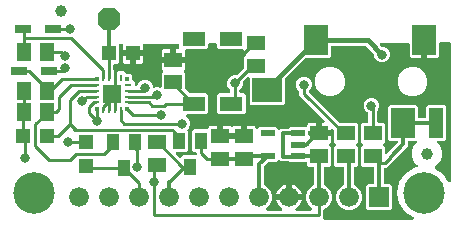
<source format=gbr>
G04 EAGLE Gerber RS-274X export*
G75*
%MOMM*%
%FSLAX34Y34*%
%LPD*%
%INTop Copper*%
%IPPOS*%
%AMOC8*
5,1,8,0,0,1.08239X$1,22.5*%
G01*
%ADD10R,1.600000X1.600000*%
%ADD11R,0.340000X0.340000*%
%ADD12R,0.280000X0.610000*%
%ADD13R,0.610000X0.280000*%
%ADD14R,1.500000X1.300000*%
%ADD15R,1.200000X1.300000*%
%ADD16C,1.000000*%
%ADD17C,3.516000*%
%ADD18R,2.000000X2.500000*%
%ADD19R,2.500000X2.000000*%
%ADD20R,1.200000X2.500000*%
%ADD21R,1.000000X1.400000*%
%ADD22R,1.300000X1.200000*%
%ADD23R,1.300000X1.500000*%
%ADD24R,1.350000X0.800000*%
%ADD25P,2.089446X8X202.500000*%
%ADD26R,1.200000X0.550000*%
%ADD27R,1.900000X1.300000*%
%ADD28R,1.676400X1.676400*%
%ADD29C,1.676400*%
%ADD30C,0.254000*%
%ADD31C,0.800100*%
%ADD32C,0.304800*%
%ADD33C,0.406400*%

G36*
X345700Y2554D02*
X345700Y2554D01*
X345804Y2558D01*
X345857Y2574D01*
X345911Y2581D01*
X346008Y2619D01*
X346109Y2649D01*
X346156Y2677D01*
X346207Y2698D01*
X346292Y2759D01*
X346381Y2813D01*
X346420Y2852D01*
X346465Y2884D01*
X346531Y2965D01*
X346604Y3039D01*
X346632Y3087D01*
X346667Y3129D01*
X346712Y3224D01*
X346764Y3314D01*
X346779Y3367D01*
X346803Y3417D01*
X346822Y3520D01*
X346851Y3620D01*
X346852Y3675D01*
X346863Y3729D01*
X346856Y3834D01*
X346859Y3938D01*
X346846Y3992D01*
X346843Y4047D01*
X346811Y4146D01*
X346787Y4248D01*
X346762Y4297D01*
X346745Y4349D01*
X346689Y4438D01*
X346641Y4530D01*
X346604Y4572D01*
X346575Y4618D01*
X346499Y4690D01*
X346429Y4768D01*
X346359Y4821D01*
X346343Y4836D01*
X346330Y4843D01*
X346301Y4865D01*
X339566Y9366D01*
X334650Y16722D01*
X332924Y25400D01*
X334650Y34078D01*
X339566Y41434D01*
X346922Y46350D01*
X349225Y46808D01*
X349239Y46812D01*
X349254Y46814D01*
X349390Y46863D01*
X349526Y46908D01*
X349539Y46916D01*
X349553Y46921D01*
X349672Y47002D01*
X349794Y47081D01*
X349804Y47092D01*
X349816Y47100D01*
X349911Y47208D01*
X350010Y47314D01*
X350017Y47327D01*
X350026Y47338D01*
X350092Y47467D01*
X350161Y47594D01*
X350164Y47609D01*
X350171Y47622D01*
X350203Y47762D01*
X350238Y47903D01*
X350237Y47918D01*
X350241Y47932D01*
X350236Y48076D01*
X350235Y48221D01*
X350231Y48235D01*
X350231Y48250D01*
X350191Y48388D01*
X350154Y48528D01*
X350147Y48541D01*
X350143Y48555D01*
X350070Y48679D01*
X349999Y48806D01*
X349988Y48817D01*
X349981Y48829D01*
X349875Y48950D01*
X347508Y51316D01*
X345599Y55925D01*
X345599Y60915D01*
X347508Y65524D01*
X349157Y67173D01*
X349243Y67282D01*
X349331Y67389D01*
X349340Y67408D01*
X349352Y67424D01*
X349408Y67552D01*
X349467Y67677D01*
X349470Y67697D01*
X349479Y67716D01*
X349500Y67854D01*
X349526Y67990D01*
X349525Y68010D01*
X349528Y68030D01*
X349515Y68169D01*
X349507Y68307D01*
X349500Y68326D01*
X349499Y68346D01*
X349451Y68478D01*
X349409Y68609D01*
X349398Y68627D01*
X349391Y68646D01*
X349313Y68761D01*
X349239Y68878D01*
X349224Y68892D01*
X349212Y68909D01*
X349108Y69001D01*
X349007Y69096D01*
X348989Y69106D01*
X348974Y69119D01*
X348850Y69182D01*
X348728Y69250D01*
X348709Y69255D01*
X348691Y69264D01*
X348555Y69294D01*
X348420Y69329D01*
X348392Y69331D01*
X348380Y69334D01*
X348360Y69333D01*
X348260Y69339D01*
X343334Y69339D01*
X343216Y69324D01*
X343097Y69317D01*
X343059Y69304D01*
X343018Y69299D01*
X342908Y69256D01*
X342795Y69219D01*
X342760Y69197D01*
X342723Y69182D01*
X342627Y69113D01*
X342526Y69049D01*
X342498Y69019D01*
X342465Y68996D01*
X342389Y68904D01*
X342308Y68817D01*
X342288Y68782D01*
X342263Y68751D01*
X342212Y68643D01*
X342154Y68539D01*
X342144Y68499D01*
X342127Y68463D01*
X342105Y68346D01*
X342075Y68231D01*
X342071Y68171D01*
X342067Y68151D01*
X342069Y68130D01*
X342065Y68070D01*
X342065Y64536D01*
X329329Y51800D01*
X329313Y51800D01*
X329255Y51783D01*
X329195Y51775D01*
X329103Y51739D01*
X329007Y51711D01*
X328955Y51681D01*
X328899Y51658D01*
X328819Y51600D01*
X328734Y51550D01*
X328658Y51484D01*
X328642Y51472D01*
X328634Y51462D01*
X328613Y51444D01*
X323818Y46649D01*
X322834Y46649D01*
X322716Y46634D01*
X322597Y46627D01*
X322559Y46614D01*
X322518Y46609D01*
X322408Y46566D01*
X322295Y46529D01*
X322260Y46507D01*
X322223Y46492D01*
X322127Y46423D01*
X322026Y46359D01*
X321998Y46329D01*
X321965Y46306D01*
X321889Y46214D01*
X321808Y46127D01*
X321788Y46092D01*
X321763Y46061D01*
X321712Y45953D01*
X321654Y45849D01*
X321644Y45809D01*
X321627Y45773D01*
X321605Y45656D01*
X321575Y45541D01*
X321571Y45481D01*
X321567Y45461D01*
X321569Y45440D01*
X321565Y45380D01*
X321565Y33782D01*
X321580Y33664D01*
X321587Y33545D01*
X321600Y33507D01*
X321605Y33466D01*
X321648Y33356D01*
X321685Y33243D01*
X321707Y33208D01*
X321722Y33171D01*
X321791Y33075D01*
X321855Y32974D01*
X321885Y32946D01*
X321908Y32913D01*
X322000Y32837D01*
X322087Y32756D01*
X322122Y32736D01*
X322153Y32711D01*
X322261Y32660D01*
X322365Y32602D01*
X322405Y32592D01*
X322441Y32575D01*
X322558Y32553D01*
X322673Y32523D01*
X322733Y32519D01*
X322753Y32515D01*
X322774Y32517D01*
X322834Y32513D01*
X326934Y32513D01*
X328423Y31024D01*
X328423Y12156D01*
X326934Y10667D01*
X308066Y10667D01*
X306577Y12156D01*
X306577Y31024D01*
X308066Y32513D01*
X312166Y32513D01*
X312284Y32528D01*
X312403Y32535D01*
X312441Y32548D01*
X312482Y32553D01*
X312592Y32596D01*
X312705Y32633D01*
X312740Y32655D01*
X312777Y32670D01*
X312873Y32739D01*
X312974Y32803D01*
X313002Y32833D01*
X313035Y32856D01*
X313111Y32948D01*
X313192Y33035D01*
X313212Y33070D01*
X313237Y33101D01*
X313288Y33209D01*
X313346Y33313D01*
X313356Y33353D01*
X313373Y33389D01*
X313395Y33506D01*
X313425Y33621D01*
X313429Y33681D01*
X313433Y33701D01*
X313431Y33722D01*
X313435Y33782D01*
X313435Y46230D01*
X313420Y46348D01*
X313413Y46467D01*
X313400Y46505D01*
X313395Y46546D01*
X313352Y46656D01*
X313315Y46769D01*
X313293Y46804D01*
X313278Y46841D01*
X313209Y46937D01*
X313145Y47038D01*
X313115Y47066D01*
X313092Y47099D01*
X313000Y47175D01*
X312913Y47256D01*
X312878Y47276D01*
X312847Y47301D01*
X312739Y47352D01*
X312635Y47410D01*
X312595Y47420D01*
X312559Y47437D01*
X312442Y47459D01*
X312327Y47489D01*
X312267Y47493D01*
X312247Y47497D01*
X312226Y47495D01*
X312166Y47499D01*
X303868Y47499D01*
X302379Y48988D01*
X302379Y64092D01*
X303429Y65142D01*
X303502Y65237D01*
X303581Y65326D01*
X303600Y65362D01*
X303624Y65394D01*
X303672Y65503D01*
X303726Y65609D01*
X303735Y65648D01*
X303751Y65686D01*
X303769Y65803D01*
X303795Y65919D01*
X303794Y65960D01*
X303800Y66000D01*
X303789Y66118D01*
X303786Y66237D01*
X303774Y66276D01*
X303771Y66316D01*
X303730Y66429D01*
X303697Y66543D01*
X303677Y66577D01*
X303663Y66616D01*
X303596Y66714D01*
X303536Y66817D01*
X303496Y66862D01*
X303484Y66879D01*
X303469Y66892D01*
X303429Y66937D01*
X302379Y67988D01*
X302379Y83092D01*
X303868Y84581D01*
X307340Y84581D01*
X307458Y84596D01*
X307577Y84603D01*
X307615Y84616D01*
X307656Y84621D01*
X307766Y84664D01*
X307879Y84701D01*
X307914Y84723D01*
X307951Y84738D01*
X308047Y84807D01*
X308148Y84871D01*
X308176Y84901D01*
X308209Y84924D01*
X308285Y85016D01*
X308366Y85103D01*
X308386Y85138D01*
X308411Y85169D01*
X308462Y85277D01*
X308520Y85381D01*
X308530Y85421D01*
X308547Y85457D01*
X308569Y85574D01*
X308599Y85689D01*
X308603Y85749D01*
X308607Y85769D01*
X308605Y85790D01*
X308609Y85850D01*
X308609Y92184D01*
X308606Y92214D01*
X308608Y92243D01*
X308586Y92371D01*
X308569Y92500D01*
X308559Y92527D01*
X308554Y92556D01*
X308500Y92675D01*
X308452Y92795D01*
X308435Y92819D01*
X308423Y92846D01*
X308342Y92948D01*
X308266Y93053D01*
X308243Y93072D01*
X308224Y93095D01*
X308121Y93172D01*
X308021Y93256D01*
X307994Y93268D01*
X307970Y93286D01*
X307826Y93357D01*
X307445Y93515D01*
X305605Y95355D01*
X304609Y97759D01*
X304609Y100361D01*
X305605Y102765D01*
X307445Y104605D01*
X309849Y105601D01*
X312451Y105601D01*
X314855Y104605D01*
X316695Y102765D01*
X317691Y100361D01*
X317691Y97759D01*
X316695Y95355D01*
X316603Y95262D01*
X316542Y95184D01*
X316474Y95111D01*
X316445Y95058D01*
X316408Y95011D01*
X316368Y94920D01*
X316320Y94833D01*
X316305Y94774D01*
X316281Y94719D01*
X316266Y94621D01*
X316241Y94525D01*
X316235Y94425D01*
X316231Y94405D01*
X316233Y94393D01*
X316231Y94364D01*
X316231Y85850D01*
X316246Y85732D01*
X316253Y85613D01*
X316266Y85575D01*
X316271Y85534D01*
X316314Y85424D01*
X316351Y85311D01*
X316373Y85276D01*
X316388Y85239D01*
X316458Y85142D01*
X316521Y85042D01*
X316551Y85014D01*
X316574Y84981D01*
X316666Y84905D01*
X316753Y84824D01*
X316788Y84804D01*
X316819Y84779D01*
X316927Y84728D01*
X317031Y84670D01*
X317071Y84660D01*
X317107Y84643D01*
X317224Y84621D01*
X317339Y84591D01*
X317399Y84587D01*
X317419Y84583D01*
X317440Y84585D01*
X317500Y84581D01*
X320972Y84581D01*
X322461Y83092D01*
X322461Y67988D01*
X321411Y66937D01*
X321338Y66843D01*
X321259Y66754D01*
X321241Y66718D01*
X321216Y66686D01*
X321168Y66577D01*
X321114Y66471D01*
X321105Y66432D01*
X321089Y66394D01*
X321071Y66277D01*
X321045Y66161D01*
X321046Y66120D01*
X321040Y66080D01*
X321051Y65962D01*
X321054Y65843D01*
X321066Y65804D01*
X321069Y65764D01*
X321110Y65652D01*
X321143Y65537D01*
X321163Y65502D01*
X321177Y65464D01*
X321244Y65366D01*
X321304Y65263D01*
X321344Y65218D01*
X321356Y65201D01*
X321371Y65188D01*
X321411Y65142D01*
X322461Y64092D01*
X322461Y59493D01*
X322478Y59356D01*
X322491Y59217D01*
X322498Y59198D01*
X322501Y59178D01*
X322552Y59049D01*
X322599Y58918D01*
X322610Y58901D01*
X322618Y58882D01*
X322699Y58770D01*
X322777Y58655D01*
X322793Y58641D01*
X322804Y58625D01*
X322912Y58536D01*
X323016Y58444D01*
X323034Y58435D01*
X323049Y58422D01*
X323175Y58363D01*
X323299Y58300D01*
X323319Y58295D01*
X323337Y58286D01*
X323473Y58260D01*
X323609Y58230D01*
X323630Y58230D01*
X323649Y58227D01*
X323788Y58235D01*
X323927Y58240D01*
X323947Y58245D01*
X323967Y58246D01*
X324099Y58289D01*
X324233Y58328D01*
X324250Y58338D01*
X324269Y58344D01*
X324387Y58419D01*
X324507Y58489D01*
X324528Y58508D01*
X324538Y58515D01*
X324552Y58529D01*
X324627Y58596D01*
X333204Y67173D01*
X333289Y67282D01*
X333378Y67389D01*
X333387Y67408D01*
X333399Y67424D01*
X333455Y67552D01*
X333514Y67677D01*
X333517Y67697D01*
X333525Y67716D01*
X333547Y67854D01*
X333573Y67990D01*
X333572Y68010D01*
X333575Y68030D01*
X333562Y68169D01*
X333554Y68307D01*
X333547Y68326D01*
X333545Y68346D01*
X333498Y68478D01*
X333456Y68609D01*
X333445Y68627D01*
X333438Y68646D01*
X333360Y68761D01*
X333285Y68878D01*
X333271Y68892D01*
X333259Y68909D01*
X333155Y69001D01*
X333054Y69096D01*
X333036Y69106D01*
X333021Y69119D01*
X332897Y69182D01*
X332775Y69250D01*
X332756Y69255D01*
X332738Y69264D01*
X332602Y69294D01*
X332467Y69329D01*
X332439Y69331D01*
X332427Y69334D01*
X332407Y69333D01*
X332307Y69339D01*
X326948Y69339D01*
X325459Y70828D01*
X325459Y97932D01*
X326948Y99421D01*
X349052Y99421D01*
X350541Y97932D01*
X350541Y89714D01*
X350556Y89596D01*
X350563Y89477D01*
X350576Y89439D01*
X350581Y89398D01*
X350624Y89288D01*
X350661Y89175D01*
X350683Y89140D01*
X350698Y89103D01*
X350767Y89007D01*
X350831Y88906D01*
X350861Y88878D01*
X350884Y88845D01*
X350976Y88769D01*
X351063Y88688D01*
X351098Y88668D01*
X351129Y88643D01*
X351237Y88592D01*
X351341Y88534D01*
X351381Y88524D01*
X351417Y88507D01*
X351534Y88485D01*
X351649Y88455D01*
X351709Y88451D01*
X351729Y88447D01*
X351750Y88449D01*
X351810Y88445D01*
X356190Y88445D01*
X356308Y88460D01*
X356427Y88467D01*
X356465Y88480D01*
X356506Y88485D01*
X356616Y88528D01*
X356729Y88565D01*
X356764Y88587D01*
X356801Y88602D01*
X356897Y88671D01*
X356998Y88735D01*
X357026Y88765D01*
X357059Y88788D01*
X357135Y88880D01*
X357216Y88967D01*
X357236Y89002D01*
X357261Y89033D01*
X357312Y89141D01*
X357370Y89245D01*
X357380Y89285D01*
X357397Y89321D01*
X357419Y89438D01*
X357449Y89553D01*
X357453Y89613D01*
X357457Y89633D01*
X357455Y89654D01*
X357459Y89714D01*
X357459Y97932D01*
X358948Y99421D01*
X373052Y99421D01*
X374541Y97932D01*
X374541Y70828D01*
X373052Y69339D01*
X368020Y69339D01*
X367883Y69322D01*
X367744Y69309D01*
X367725Y69302D01*
X367705Y69299D01*
X367576Y69248D01*
X367445Y69201D01*
X367428Y69190D01*
X367409Y69182D01*
X367297Y69101D01*
X367181Y69023D01*
X367168Y69007D01*
X367152Y68996D01*
X367063Y68888D01*
X366971Y68784D01*
X366962Y68766D01*
X366949Y68751D01*
X366890Y68625D01*
X366826Y68501D01*
X366822Y68481D01*
X366813Y68463D01*
X366787Y68326D01*
X366757Y68191D01*
X366757Y68170D01*
X366754Y68151D01*
X366762Y68012D01*
X366766Y67873D01*
X366772Y67853D01*
X366773Y67833D01*
X366816Y67701D01*
X366855Y67567D01*
X366865Y67550D01*
X366871Y67531D01*
X366946Y67413D01*
X367016Y67293D01*
X367035Y67272D01*
X367041Y67262D01*
X367056Y67248D01*
X367123Y67173D01*
X368772Y65524D01*
X370681Y60915D01*
X370681Y55925D01*
X368772Y51316D01*
X365088Y47633D01*
X365036Y47566D01*
X364977Y47506D01*
X364939Y47441D01*
X364893Y47381D01*
X364859Y47304D01*
X364817Y47231D01*
X364797Y47159D01*
X364767Y47090D01*
X364753Y47006D01*
X364730Y46925D01*
X364729Y46850D01*
X364717Y46775D01*
X364725Y46691D01*
X364723Y46607D01*
X364740Y46534D01*
X364747Y46459D01*
X364775Y46379D01*
X364794Y46297D01*
X364829Y46230D01*
X364854Y46160D01*
X364902Y46090D01*
X364940Y46015D01*
X364991Y45959D01*
X365033Y45896D01*
X365096Y45841D01*
X365152Y45778D01*
X365264Y45692D01*
X365271Y45686D01*
X365274Y45684D01*
X365280Y45680D01*
X371634Y41434D01*
X376135Y34699D01*
X376203Y34620D01*
X376264Y34535D01*
X376307Y34500D01*
X376343Y34459D01*
X376429Y34399D01*
X376509Y34333D01*
X376559Y34309D01*
X376605Y34278D01*
X376703Y34242D01*
X376797Y34197D01*
X376851Y34187D01*
X376903Y34168D01*
X377007Y34157D01*
X377110Y34137D01*
X377165Y34141D01*
X377219Y34135D01*
X377323Y34151D01*
X377427Y34157D01*
X377479Y34174D01*
X377534Y34182D01*
X377630Y34223D01*
X377729Y34255D01*
X377776Y34285D01*
X377827Y34306D01*
X377910Y34369D01*
X377998Y34425D01*
X378036Y34465D01*
X378080Y34499D01*
X378145Y34581D01*
X378216Y34657D01*
X378243Y34705D01*
X378277Y34748D01*
X378319Y34844D01*
X378370Y34935D01*
X378383Y34989D01*
X378406Y35039D01*
X378423Y35142D01*
X378449Y35243D01*
X378455Y35331D01*
X378458Y35353D01*
X378457Y35368D01*
X378459Y35404D01*
X378459Y151330D01*
X378444Y151451D01*
X378436Y151573D01*
X378424Y151608D01*
X378419Y151646D01*
X378375Y151759D01*
X378336Y151875D01*
X378316Y151906D01*
X378302Y151941D01*
X378231Y152040D01*
X378165Y152143D01*
X378138Y152168D01*
X378116Y152199D01*
X378022Y152276D01*
X377933Y152359D01*
X377900Y152377D01*
X377871Y152401D01*
X377760Y152453D01*
X377653Y152512D01*
X377617Y152521D01*
X377583Y152537D01*
X377463Y152560D01*
X377345Y152590D01*
X377290Y152593D01*
X377271Y152597D01*
X377250Y152595D01*
X377184Y152599D01*
X369804Y152566D01*
X369689Y152551D01*
X369573Y152544D01*
X369532Y152530D01*
X369489Y152525D01*
X369381Y152482D01*
X369271Y152446D01*
X369234Y152423D01*
X369194Y152407D01*
X369100Y152338D01*
X369002Y152276D01*
X368972Y152244D01*
X368937Y152219D01*
X368864Y152129D01*
X368784Y152044D01*
X368763Y152006D01*
X368736Y151973D01*
X368686Y151867D01*
X368630Y151766D01*
X368620Y151724D01*
X368601Y151684D01*
X368580Y151570D01*
X368551Y151458D01*
X368547Y151392D01*
X368543Y151372D01*
X368544Y151352D01*
X368541Y151297D01*
X368541Y141546D01*
X368368Y140899D01*
X368033Y140320D01*
X367560Y139847D01*
X366981Y139512D01*
X366334Y139339D01*
X358539Y139339D01*
X358539Y151241D01*
X358524Y151362D01*
X358516Y151483D01*
X358504Y151519D01*
X358499Y151556D01*
X358454Y151669D01*
X358416Y151785D01*
X358396Y151817D01*
X358382Y151852D01*
X358311Y151951D01*
X358245Y152053D01*
X358218Y152079D01*
X358195Y152109D01*
X358102Y152187D01*
X358012Y152270D01*
X357979Y152288D01*
X357950Y152312D01*
X357840Y152364D01*
X357733Y152422D01*
X357697Y152432D01*
X357663Y152448D01*
X357543Y152470D01*
X357425Y152500D01*
X357370Y152504D01*
X357350Y152507D01*
X357330Y152506D01*
X357264Y152510D01*
X354724Y152498D01*
X354609Y152483D01*
X354493Y152476D01*
X354452Y152463D01*
X354409Y152457D01*
X354301Y152414D01*
X354191Y152378D01*
X354154Y152355D01*
X354114Y152339D01*
X354020Y152270D01*
X353922Y152208D01*
X353892Y152176D01*
X353857Y152151D01*
X353784Y152061D01*
X353704Y151976D01*
X353683Y151938D01*
X353656Y151905D01*
X353607Y151800D01*
X353550Y151698D01*
X353540Y151656D01*
X353521Y151617D01*
X353500Y151502D01*
X353471Y151390D01*
X353467Y151325D01*
X353463Y151304D01*
X353464Y151285D01*
X353461Y151229D01*
X353461Y139339D01*
X345666Y139339D01*
X345019Y139512D01*
X344440Y139847D01*
X343967Y140320D01*
X343632Y140899D01*
X343459Y141546D01*
X343459Y151173D01*
X343444Y151294D01*
X343436Y151415D01*
X343424Y151451D01*
X343419Y151488D01*
X343375Y151602D01*
X343336Y151718D01*
X343316Y151749D01*
X343302Y151784D01*
X343231Y151883D01*
X343165Y151985D01*
X343138Y152011D01*
X343116Y152041D01*
X343022Y152119D01*
X342933Y152202D01*
X342900Y152220D01*
X342871Y152244D01*
X342760Y152296D01*
X342653Y152355D01*
X342617Y152364D01*
X342583Y152380D01*
X342463Y152403D01*
X342345Y152433D01*
X342290Y152436D01*
X342271Y152440D01*
X342250Y152438D01*
X342184Y152442D01*
X319465Y152340D01*
X319330Y152323D01*
X319194Y152310D01*
X319173Y152302D01*
X319150Y152299D01*
X319024Y152248D01*
X318895Y152202D01*
X318876Y152189D01*
X318855Y152181D01*
X318745Y152100D01*
X318632Y152024D01*
X318617Y152006D01*
X318598Y151993D01*
X318512Y151887D01*
X318422Y151785D01*
X318411Y151765D01*
X318396Y151747D01*
X318339Y151624D01*
X318277Y151502D01*
X318272Y151479D01*
X318262Y151458D01*
X318237Y151325D01*
X318207Y151192D01*
X318208Y151168D01*
X318204Y151146D01*
X318213Y151010D01*
X318217Y150874D01*
X318223Y150852D01*
X318225Y150828D01*
X318268Y150699D01*
X318305Y150568D01*
X318317Y150548D01*
X318324Y150526D01*
X318398Y150412D01*
X318467Y150294D01*
X318488Y150270D01*
X318496Y150258D01*
X318511Y150244D01*
X318573Y150173D01*
X319594Y149153D01*
X319672Y149092D01*
X319744Y149024D01*
X319797Y148995D01*
X319845Y148958D01*
X319936Y148919D01*
X320023Y148871D01*
X320081Y148856D01*
X320137Y148832D01*
X320235Y148816D01*
X320331Y148791D01*
X320431Y148785D01*
X320451Y148782D01*
X320463Y148783D01*
X320491Y148781D01*
X321341Y148781D01*
X323745Y147785D01*
X325585Y145945D01*
X326581Y143541D01*
X326581Y140939D01*
X325585Y138535D01*
X323745Y136695D01*
X321341Y135699D01*
X318739Y135699D01*
X316335Y136695D01*
X314495Y138535D01*
X313499Y140939D01*
X313499Y141789D01*
X313486Y141887D01*
X313483Y141986D01*
X313467Y142044D01*
X313459Y142104D01*
X313422Y142196D01*
X313395Y142291D01*
X313364Y142344D01*
X313342Y142400D01*
X313284Y142480D01*
X313233Y142565D01*
X313167Y142641D01*
X313155Y142657D01*
X313146Y142665D01*
X313127Y142686D01*
X306378Y149436D01*
X306299Y149496D01*
X306227Y149564D01*
X306174Y149593D01*
X306126Y149630D01*
X306035Y149670D01*
X305949Y149718D01*
X305890Y149733D01*
X305835Y149757D01*
X305737Y149772D01*
X305641Y149797D01*
X305541Y149803D01*
X305520Y149807D01*
X305508Y149805D01*
X305480Y149807D01*
X277810Y149807D01*
X277692Y149792D01*
X277573Y149785D01*
X277535Y149772D01*
X277494Y149767D01*
X277384Y149724D01*
X277271Y149687D01*
X277236Y149665D01*
X277199Y149650D01*
X277103Y149581D01*
X277002Y149517D01*
X276974Y149487D01*
X276941Y149464D01*
X276865Y149372D01*
X276784Y149285D01*
X276764Y149250D01*
X276739Y149219D01*
X276688Y149111D01*
X276630Y149007D01*
X276620Y148967D01*
X276603Y148931D01*
X276581Y148814D01*
X276551Y148699D01*
X276547Y148639D01*
X276543Y148619D01*
X276545Y148598D01*
X276544Y148588D01*
X276543Y148585D01*
X276544Y148582D01*
X276541Y148538D01*
X276541Y140828D01*
X275052Y139339D01*
X255952Y139339D01*
X255854Y139327D01*
X255755Y139324D01*
X255696Y139307D01*
X255636Y139299D01*
X255544Y139263D01*
X255449Y139235D01*
X255397Y139205D01*
X255341Y139182D01*
X255261Y139124D01*
X255175Y139074D01*
X255100Y139008D01*
X255083Y138996D01*
X255075Y138986D01*
X255054Y138968D01*
X238412Y122326D01*
X238352Y122247D01*
X238284Y122175D01*
X238255Y122122D01*
X238218Y122074D01*
X238178Y121983D01*
X238130Y121897D01*
X238115Y121838D01*
X238091Y121783D01*
X238076Y121685D01*
X238051Y121589D01*
X238045Y121489D01*
X238041Y121468D01*
X238043Y121456D01*
X238041Y121428D01*
X238041Y100828D01*
X236552Y99339D01*
X209448Y99339D01*
X207959Y100828D01*
X207959Y122036D01*
X207942Y122173D01*
X207929Y122312D01*
X207922Y122331D01*
X207919Y122351D01*
X207868Y122480D01*
X207821Y122611D01*
X207810Y122628D01*
X207802Y122647D01*
X207721Y122760D01*
X207643Y122875D01*
X207627Y122888D01*
X207616Y122904D01*
X207508Y122993D01*
X207404Y123085D01*
X207386Y123094D01*
X207371Y123107D01*
X207245Y123166D01*
X207121Y123230D01*
X207101Y123234D01*
X207083Y123243D01*
X206947Y123269D01*
X206811Y123299D01*
X206790Y123299D01*
X206771Y123303D01*
X206632Y123294D01*
X206493Y123290D01*
X206473Y123284D01*
X206453Y123283D01*
X206321Y123240D01*
X206187Y123201D01*
X206170Y123191D01*
X206151Y123185D01*
X206033Y123110D01*
X205913Y123040D01*
X205892Y123021D01*
X205882Y123015D01*
X205868Y123000D01*
X205793Y122933D01*
X202493Y119634D01*
X202432Y119556D01*
X202364Y119483D01*
X202335Y119430D01*
X202298Y119383D01*
X202259Y119292D01*
X202211Y119205D01*
X202196Y119146D01*
X202172Y119091D01*
X202156Y118993D01*
X202131Y118897D01*
X202125Y118797D01*
X202122Y118777D01*
X202123Y118764D01*
X202121Y118736D01*
X202121Y116809D01*
X201125Y114405D01*
X199762Y113042D01*
X199702Y112963D01*
X199634Y112891D01*
X199605Y112838D01*
X199568Y112790D01*
X199528Y112700D01*
X199480Y112613D01*
X199465Y112554D01*
X199441Y112499D01*
X199426Y112401D01*
X199401Y112305D01*
X199395Y112205D01*
X199391Y112185D01*
X199393Y112172D01*
X199391Y112144D01*
X199391Y111080D01*
X199406Y110962D01*
X199413Y110843D01*
X199426Y110805D01*
X199431Y110764D01*
X199474Y110654D01*
X199511Y110541D01*
X199533Y110506D01*
X199548Y110469D01*
X199617Y110373D01*
X199681Y110272D01*
X199711Y110244D01*
X199734Y110211D01*
X199826Y110135D01*
X199913Y110054D01*
X199948Y110034D01*
X199979Y110009D01*
X200087Y109958D01*
X200191Y109900D01*
X200231Y109890D01*
X200267Y109873D01*
X200384Y109851D01*
X200499Y109821D01*
X200559Y109817D01*
X200579Y109813D01*
X200600Y109815D01*
X200660Y109811D01*
X203082Y109811D01*
X204571Y108322D01*
X204571Y93218D01*
X203082Y91729D01*
X181978Y91729D01*
X180489Y93218D01*
X180489Y108322D01*
X181978Y109811D01*
X190500Y109811D01*
X190618Y109826D01*
X190737Y109833D01*
X190775Y109846D01*
X190816Y109851D01*
X190926Y109894D01*
X191039Y109931D01*
X191074Y109953D01*
X191111Y109968D01*
X191207Y110037D01*
X191308Y110101D01*
X191336Y110131D01*
X191369Y110154D01*
X191445Y110246D01*
X191526Y110333D01*
X191546Y110368D01*
X191571Y110399D01*
X191622Y110507D01*
X191680Y110611D01*
X191690Y110651D01*
X191707Y110687D01*
X191729Y110804D01*
X191759Y110919D01*
X191763Y110979D01*
X191767Y110999D01*
X191765Y111020D01*
X191769Y111080D01*
X191769Y112144D01*
X191757Y112242D01*
X191754Y112341D01*
X191737Y112400D01*
X191729Y112460D01*
X191693Y112552D01*
X191665Y112647D01*
X191635Y112699D01*
X191612Y112755D01*
X191554Y112836D01*
X191504Y112921D01*
X191438Y112996D01*
X191426Y113013D01*
X191416Y113021D01*
X191398Y113042D01*
X190035Y114405D01*
X189039Y116809D01*
X189039Y119411D01*
X189713Y121040D01*
X189716Y121049D01*
X189720Y121057D01*
X189758Y121202D01*
X189797Y121347D01*
X189798Y121356D01*
X189800Y121365D01*
X189810Y121526D01*
X189810Y121648D01*
X192042Y123880D01*
X192164Y123880D01*
X192174Y123881D01*
X192183Y123880D01*
X192332Y123901D01*
X192480Y123920D01*
X192489Y123923D01*
X192498Y123925D01*
X192650Y123977D01*
X194279Y124651D01*
X196206Y124651D01*
X196304Y124664D01*
X196404Y124667D01*
X196462Y124683D01*
X196522Y124691D01*
X196614Y124728D01*
X196709Y124755D01*
X196761Y124786D01*
X196818Y124808D01*
X196898Y124866D01*
X196983Y124917D01*
X197058Y124983D01*
X197075Y124995D01*
X197083Y125004D01*
X197104Y125023D01*
X202948Y130867D01*
X203008Y130945D01*
X203076Y131017D01*
X203105Y131070D01*
X203142Y131118D01*
X203182Y131209D01*
X203230Y131296D01*
X203245Y131354D01*
X203269Y131410D01*
X203284Y131508D01*
X203309Y131604D01*
X203315Y131704D01*
X203319Y131724D01*
X203317Y131736D01*
X203319Y131764D01*
X203319Y140292D01*
X204369Y141343D01*
X204442Y141437D01*
X204521Y141526D01*
X204540Y141562D01*
X204564Y141594D01*
X204612Y141703D01*
X204666Y141809D01*
X204675Y141848D01*
X204691Y141886D01*
X204709Y142003D01*
X204735Y142119D01*
X204734Y142160D01*
X204741Y142200D01*
X204729Y142318D01*
X204726Y142437D01*
X204714Y142476D01*
X204711Y142516D01*
X204670Y142628D01*
X204637Y142743D01*
X204617Y142778D01*
X204603Y142816D01*
X204536Y142914D01*
X204476Y143017D01*
X204436Y143062D01*
X204425Y143079D01*
X204409Y143092D01*
X204369Y143138D01*
X203827Y143680D01*
X203492Y144259D01*
X203319Y144906D01*
X203319Y145460D01*
X203304Y145578D01*
X203297Y145697D01*
X203284Y145735D01*
X203279Y145776D01*
X203236Y145886D01*
X203199Y145999D01*
X203177Y146034D01*
X203162Y146071D01*
X203093Y146167D01*
X203029Y146268D01*
X202999Y146296D01*
X202976Y146329D01*
X202884Y146405D01*
X202797Y146486D01*
X202762Y146506D01*
X202731Y146531D01*
X202623Y146582D01*
X202519Y146640D01*
X202479Y146650D01*
X202443Y146667D01*
X202326Y146689D01*
X202211Y146719D01*
X202151Y146723D01*
X202131Y146727D01*
X202110Y146725D01*
X202050Y146729D01*
X181978Y146729D01*
X180489Y148218D01*
X180489Y150442D01*
X180474Y150562D01*
X180466Y150684D01*
X180454Y150720D01*
X180449Y150757D01*
X180405Y150870D01*
X180366Y150986D01*
X180346Y151018D01*
X180332Y151053D01*
X180261Y151151D01*
X180195Y151254D01*
X180168Y151280D01*
X180146Y151310D01*
X180052Y151388D01*
X179963Y151471D01*
X179930Y151489D01*
X179901Y151513D01*
X179790Y151565D01*
X179683Y151623D01*
X179647Y151632D01*
X179613Y151648D01*
X179493Y151671D01*
X179375Y151701D01*
X179320Y151705D01*
X179301Y151708D01*
X179280Y151707D01*
X179214Y151711D01*
X173834Y151687D01*
X173719Y151672D01*
X173603Y151664D01*
X173562Y151651D01*
X173519Y151645D01*
X173411Y151602D01*
X173301Y151566D01*
X173264Y151543D01*
X173224Y151527D01*
X173130Y151458D01*
X173032Y151396D01*
X173002Y151365D01*
X172967Y151339D01*
X172894Y151249D01*
X172814Y151165D01*
X172793Y151127D01*
X172766Y151093D01*
X172717Y150988D01*
X172660Y150886D01*
X172650Y150844D01*
X172631Y150805D01*
X172610Y150691D01*
X172581Y150578D01*
X172577Y150513D01*
X172573Y150492D01*
X172574Y150473D01*
X172571Y150417D01*
X172571Y148218D01*
X171082Y146729D01*
X154635Y146729D01*
X154511Y146713D01*
X154385Y146704D01*
X154353Y146694D01*
X154320Y146689D01*
X154203Y146643D01*
X154084Y146603D01*
X154056Y146585D01*
X154024Y146572D01*
X153922Y146498D01*
X153817Y146430D01*
X153794Y146405D01*
X153767Y146386D01*
X153687Y146289D01*
X153602Y146196D01*
X153586Y146167D01*
X153564Y146141D01*
X153511Y146027D01*
X153451Y145916D01*
X153443Y145883D01*
X153429Y145853D01*
X153405Y145730D01*
X153375Y145607D01*
X153375Y145574D01*
X153369Y145541D01*
X153377Y145415D01*
X153378Y145289D01*
X153387Y145241D01*
X153389Y145223D01*
X153395Y145203D01*
X153410Y145131D01*
X153551Y144605D01*
X153551Y140309D01*
X146049Y140309D01*
X146049Y146811D01*
X147220Y146811D01*
X147338Y146826D01*
X147457Y146833D01*
X147495Y146846D01*
X147536Y146851D01*
X147646Y146894D01*
X147759Y146931D01*
X147794Y146953D01*
X147831Y146968D01*
X147927Y147037D01*
X148028Y147101D01*
X148056Y147131D01*
X148089Y147154D01*
X148165Y147246D01*
X148246Y147333D01*
X148266Y147368D01*
X148291Y147399D01*
X148342Y147507D01*
X148400Y147611D01*
X148410Y147651D01*
X148427Y147687D01*
X148449Y147804D01*
X148479Y147919D01*
X148483Y147979D01*
X148487Y147999D01*
X148485Y148020D01*
X148489Y148080D01*
X148489Y150298D01*
X148474Y150419D01*
X148466Y150540D01*
X148454Y150576D01*
X148449Y150613D01*
X148405Y150727D01*
X148366Y150843D01*
X148346Y150874D01*
X148332Y150909D01*
X148261Y151008D01*
X148195Y151110D01*
X148168Y151136D01*
X148146Y151166D01*
X148052Y151244D01*
X147963Y151327D01*
X147930Y151345D01*
X147901Y151369D01*
X147790Y151421D01*
X147683Y151480D01*
X147647Y151489D01*
X147613Y151505D01*
X147493Y151528D01*
X147375Y151558D01*
X147320Y151561D01*
X147301Y151565D01*
X147280Y151563D01*
X147214Y151567D01*
X119024Y151441D01*
X118909Y151426D01*
X118793Y151418D01*
X118752Y151405D01*
X118709Y151399D01*
X118601Y151356D01*
X118491Y151320D01*
X118454Y151297D01*
X118414Y151281D01*
X118320Y151212D01*
X118222Y151150D01*
X118192Y151119D01*
X118157Y151093D01*
X118084Y151003D01*
X118004Y150919D01*
X117983Y150881D01*
X117956Y150847D01*
X117906Y150742D01*
X117850Y150640D01*
X117840Y150598D01*
X117821Y150559D01*
X117800Y150444D01*
X117771Y150332D01*
X117767Y150267D01*
X117763Y150246D01*
X117764Y150227D01*
X117761Y150171D01*
X117761Y146049D01*
X110490Y146049D01*
X110372Y146034D01*
X110253Y146027D01*
X110215Y146014D01*
X110175Y146009D01*
X110064Y145965D01*
X109951Y145929D01*
X109916Y145907D01*
X109879Y145892D01*
X109783Y145822D01*
X109682Y145759D01*
X109654Y145729D01*
X109622Y145705D01*
X109546Y145614D01*
X109464Y145527D01*
X109445Y145492D01*
X109419Y145460D01*
X109368Y145353D01*
X109311Y145249D01*
X109300Y145209D01*
X109283Y145173D01*
X109261Y145056D01*
X109231Y144941D01*
X109227Y144880D01*
X109223Y144860D01*
X109225Y144840D01*
X109221Y144780D01*
X109221Y143509D01*
X109219Y143509D01*
X109219Y144780D01*
X109204Y144898D01*
X109197Y145017D01*
X109184Y145055D01*
X109179Y145095D01*
X109135Y145206D01*
X109099Y145319D01*
X109077Y145354D01*
X109062Y145391D01*
X108992Y145487D01*
X108929Y145588D01*
X108899Y145616D01*
X108875Y145648D01*
X108784Y145724D01*
X108697Y145806D01*
X108662Y145825D01*
X108630Y145851D01*
X108523Y145902D01*
X108419Y145959D01*
X108379Y145970D01*
X108343Y145987D01*
X108226Y146009D01*
X108111Y146039D01*
X108050Y146043D01*
X108030Y146047D01*
X108010Y146045D01*
X107950Y146049D01*
X100679Y146049D01*
X100679Y150083D01*
X100664Y150204D01*
X100656Y150326D01*
X100644Y150362D01*
X100639Y150399D01*
X100595Y150512D01*
X100557Y150628D01*
X100536Y150660D01*
X100522Y150695D01*
X100451Y150793D01*
X100385Y150896D01*
X100358Y150921D01*
X100336Y150952D01*
X100241Y151030D01*
X100153Y151113D01*
X100120Y151131D01*
X100091Y151155D01*
X99980Y151207D01*
X99873Y151265D01*
X99837Y151274D01*
X99803Y151290D01*
X99684Y151313D01*
X99565Y151343D01*
X99510Y151346D01*
X99491Y151350D01*
X99470Y151349D01*
X99404Y151353D01*
X98704Y151349D01*
X98589Y151334D01*
X98473Y151327D01*
X98432Y151314D01*
X98389Y151308D01*
X98281Y151265D01*
X98171Y151229D01*
X98134Y151206D01*
X98094Y151190D01*
X98000Y151121D01*
X97902Y151059D01*
X97872Y151027D01*
X97837Y151002D01*
X97764Y150912D01*
X97684Y150827D01*
X97663Y150789D01*
X97636Y150756D01*
X97587Y150651D01*
X97530Y150549D01*
X97520Y150507D01*
X97501Y150468D01*
X97480Y150353D01*
X97451Y150241D01*
X97447Y150176D01*
X97443Y150155D01*
X97444Y150136D01*
X97441Y150080D01*
X97441Y135958D01*
X95952Y134469D01*
X93980Y134469D01*
X93862Y134454D01*
X93743Y134447D01*
X93705Y134434D01*
X93664Y134429D01*
X93554Y134386D01*
X93441Y134349D01*
X93406Y134327D01*
X93369Y134312D01*
X93273Y134243D01*
X93172Y134179D01*
X93144Y134149D01*
X93111Y134126D01*
X93035Y134034D01*
X92954Y133947D01*
X92934Y133912D01*
X92909Y133881D01*
X92858Y133773D01*
X92800Y133669D01*
X92790Y133629D01*
X92773Y133593D01*
X92751Y133476D01*
X92721Y133361D01*
X92717Y133301D01*
X92713Y133281D01*
X92715Y133260D01*
X92711Y133200D01*
X92711Y129630D01*
X92726Y129512D01*
X92733Y129393D01*
X92746Y129355D01*
X92751Y129314D01*
X92794Y129204D01*
X92831Y129090D01*
X92853Y129056D01*
X92868Y129019D01*
X92938Y128922D01*
X93001Y128822D01*
X93031Y128794D01*
X93054Y128761D01*
X93146Y128685D01*
X93233Y128604D01*
X93268Y128584D01*
X93299Y128559D01*
X93407Y128508D01*
X93511Y128450D01*
X93551Y128440D01*
X93587Y128423D01*
X93704Y128401D01*
X93819Y128371D01*
X93879Y128367D01*
X93899Y128363D01*
X93920Y128365D01*
X93980Y128361D01*
X95728Y128361D01*
X95817Y128341D01*
X95870Y128343D01*
X95923Y128335D01*
X96028Y128348D01*
X96134Y128351D01*
X96169Y128361D01*
X101392Y128361D01*
X103154Y126599D01*
X103171Y126572D01*
X103201Y126544D01*
X103224Y126511D01*
X103316Y126435D01*
X103403Y126354D01*
X103438Y126334D01*
X103469Y126309D01*
X103577Y126258D01*
X103681Y126200D01*
X103721Y126190D01*
X103757Y126173D01*
X103874Y126151D01*
X103989Y126121D01*
X104049Y126117D01*
X104069Y126113D01*
X104090Y126115D01*
X104150Y126111D01*
X106842Y126111D01*
X108331Y124622D01*
X108331Y121930D01*
X108346Y121812D01*
X108353Y121693D01*
X108366Y121655D01*
X108371Y121614D01*
X108414Y121504D01*
X108451Y121391D01*
X108473Y121356D01*
X108488Y121319D01*
X108557Y121223D01*
X108621Y121122D01*
X108651Y121094D01*
X108674Y121061D01*
X108766Y120985D01*
X108792Y120962D01*
X110581Y119172D01*
X110581Y116800D01*
X110596Y116682D01*
X110603Y116563D01*
X110616Y116525D01*
X110621Y116484D01*
X110664Y116374D01*
X110701Y116261D01*
X110723Y116226D01*
X110738Y116189D01*
X110807Y116093D01*
X110871Y115992D01*
X110901Y115964D01*
X110924Y115931D01*
X111016Y115855D01*
X111103Y115774D01*
X111138Y115754D01*
X111169Y115729D01*
X111277Y115678D01*
X111381Y115620D01*
X111421Y115610D01*
X111457Y115593D01*
X111574Y115571D01*
X111689Y115541D01*
X111749Y115537D01*
X111769Y115533D01*
X111790Y115535D01*
X111850Y115531D01*
X111962Y115531D01*
X111991Y115534D01*
X112020Y115532D01*
X112148Y115554D01*
X112277Y115571D01*
X112304Y115581D01*
X112334Y115586D01*
X112452Y115640D01*
X112573Y115688D01*
X112597Y115705D01*
X112624Y115717D01*
X112725Y115798D01*
X112830Y115874D01*
X112849Y115897D01*
X112872Y115916D01*
X112950Y116019D01*
X113033Y116119D01*
X113045Y116146D01*
X113063Y116170D01*
X113134Y116314D01*
X113835Y118005D01*
X115675Y119845D01*
X118079Y120841D01*
X120681Y120841D01*
X123085Y119845D01*
X124925Y118005D01*
X125921Y115601D01*
X125921Y115431D01*
X125927Y115381D01*
X125925Y115332D01*
X125947Y115224D01*
X125961Y115115D01*
X125979Y115069D01*
X125989Y115020D01*
X126038Y114922D01*
X126078Y114820D01*
X126107Y114779D01*
X126129Y114735D01*
X126200Y114651D01*
X126265Y114562D01*
X126303Y114531D01*
X126335Y114493D01*
X126425Y114430D01*
X126510Y114359D01*
X126555Y114338D01*
X126596Y114310D01*
X126698Y114271D01*
X126798Y114224D01*
X126846Y114215D01*
X126893Y114197D01*
X127002Y114185D01*
X127110Y114164D01*
X127159Y114167D01*
X127209Y114162D01*
X127318Y114177D01*
X127427Y114184D01*
X127475Y114199D01*
X127524Y114206D01*
X127676Y114258D01*
X128239Y114491D01*
X130841Y114491D01*
X131714Y114130D01*
X131762Y114116D01*
X131807Y114095D01*
X131915Y114075D01*
X132021Y114046D01*
X132071Y114045D01*
X132120Y114035D01*
X132229Y114042D01*
X132339Y114041D01*
X132387Y114052D01*
X132437Y114055D01*
X132541Y114089D01*
X132648Y114115D01*
X132692Y114138D01*
X132739Y114153D01*
X132832Y114212D01*
X132929Y114263D01*
X132966Y114297D01*
X133008Y114323D01*
X133083Y114403D01*
X133165Y114477D01*
X133192Y114519D01*
X133226Y114555D01*
X133279Y114651D01*
X133339Y114743D01*
X133356Y114790D01*
X133380Y114834D01*
X133407Y114940D01*
X133443Y115044D01*
X133447Y115093D01*
X133459Y115141D01*
X133469Y115302D01*
X133469Y126322D01*
X134519Y127373D01*
X134592Y127467D01*
X134671Y127556D01*
X134690Y127592D01*
X134714Y127624D01*
X134762Y127733D01*
X134816Y127839D01*
X134825Y127878D01*
X134841Y127916D01*
X134859Y128033D01*
X134885Y128149D01*
X134884Y128190D01*
X134891Y128230D01*
X134879Y128348D01*
X134876Y128467D01*
X134864Y128506D01*
X134861Y128546D01*
X134820Y128658D01*
X134787Y128773D01*
X134767Y128808D01*
X134753Y128846D01*
X134686Y128944D01*
X134626Y129047D01*
X134586Y129092D01*
X134575Y129109D01*
X134559Y129122D01*
X134519Y129168D01*
X133977Y129710D01*
X133642Y130289D01*
X133469Y130936D01*
X133469Y135231D01*
X142240Y135231D01*
X142358Y135246D01*
X142477Y135253D01*
X142515Y135266D01*
X142555Y135271D01*
X142666Y135314D01*
X142779Y135351D01*
X142814Y135373D01*
X142851Y135388D01*
X142947Y135458D01*
X143048Y135521D01*
X143076Y135551D01*
X143108Y135575D01*
X143184Y135666D01*
X143266Y135753D01*
X143285Y135788D01*
X143311Y135819D01*
X143362Y135927D01*
X143419Y136031D01*
X143430Y136071D01*
X143447Y136107D01*
X143469Y136224D01*
X143499Y136339D01*
X143503Y136400D01*
X143507Y136420D01*
X143505Y136440D01*
X143509Y136500D01*
X143509Y137771D01*
X143511Y137771D01*
X143511Y136500D01*
X143526Y136382D01*
X143533Y136263D01*
X143546Y136225D01*
X143551Y136185D01*
X143595Y136074D01*
X143631Y135961D01*
X143653Y135926D01*
X143668Y135889D01*
X143738Y135793D01*
X143801Y135692D01*
X143831Y135664D01*
X143855Y135631D01*
X143946Y135556D01*
X144033Y135474D01*
X144068Y135454D01*
X144100Y135429D01*
X144207Y135378D01*
X144311Y135320D01*
X144351Y135310D01*
X144387Y135293D01*
X144504Y135271D01*
X144619Y135241D01*
X144680Y135237D01*
X144700Y135233D01*
X144720Y135235D01*
X144780Y135231D01*
X153551Y135231D01*
X153551Y130936D01*
X153378Y130289D01*
X153043Y129710D01*
X152501Y129168D01*
X152428Y129073D01*
X152349Y128984D01*
X152330Y128948D01*
X152306Y128916D01*
X152258Y128807D01*
X152204Y128701D01*
X152195Y128662D01*
X152179Y128624D01*
X152161Y128506D01*
X152135Y128391D01*
X152136Y128350D01*
X152129Y128310D01*
X152141Y128192D01*
X152144Y128073D01*
X152156Y128034D01*
X152159Y127994D01*
X152200Y127882D01*
X152233Y127767D01*
X152253Y127732D01*
X152267Y127694D01*
X152334Y127596D01*
X152394Y127493D01*
X152434Y127448D01*
X152445Y127431D01*
X152461Y127418D01*
X152501Y127373D01*
X153551Y126322D01*
X153551Y113664D01*
X153563Y113566D01*
X153566Y113467D01*
X153583Y113409D01*
X153591Y113349D01*
X153627Y113257D01*
X153655Y113161D01*
X153685Y113109D01*
X153708Y113053D01*
X153766Y112973D01*
X153816Y112888D01*
X153882Y112812D01*
X153894Y112796D01*
X153904Y112788D01*
X153922Y112767D01*
X156507Y110182D01*
X156585Y110122D01*
X156657Y110054D01*
X156710Y110025D01*
X156758Y109988D01*
X156849Y109948D01*
X156936Y109900D01*
X156994Y109885D01*
X157050Y109861D01*
X157148Y109846D01*
X157244Y109821D01*
X157344Y109815D01*
X157364Y109811D01*
X157376Y109813D01*
X157404Y109811D01*
X171082Y109811D01*
X172571Y108322D01*
X172571Y93218D01*
X171082Y91729D01*
X155509Y91729D01*
X155440Y91720D01*
X155370Y91722D01*
X155283Y91701D01*
X155194Y91689D01*
X155129Y91664D01*
X155061Y91647D01*
X154981Y91605D01*
X154898Y91572D01*
X154842Y91531D01*
X154780Y91498D01*
X154713Y91438D01*
X154641Y91386D01*
X154596Y91332D01*
X154544Y91284D01*
X154495Y91210D01*
X154438Y91141D01*
X154408Y91077D01*
X154370Y91019D01*
X154341Y90934D01*
X154302Y90853D01*
X154289Y90784D01*
X154267Y90718D01*
X154260Y90628D01*
X154243Y90541D01*
X154247Y90471D01*
X154241Y90401D01*
X154257Y90312D01*
X154262Y90223D01*
X154284Y90156D01*
X154296Y90088D01*
X154333Y90006D01*
X154360Y89921D01*
X154398Y89861D01*
X154427Y89798D01*
X154483Y89728D01*
X154531Y89652D01*
X154582Y89604D01*
X154625Y89549D01*
X154697Y89495D01*
X154762Y89434D01*
X154772Y89428D01*
X156675Y87525D01*
X157671Y85121D01*
X157671Y82519D01*
X156675Y80115D01*
X155674Y79114D01*
X155602Y79020D01*
X155523Y78930D01*
X155504Y78894D01*
X155480Y78862D01*
X155432Y78753D01*
X155378Y78647D01*
X155369Y78608D01*
X155353Y78571D01*
X155334Y78453D01*
X155308Y78337D01*
X155310Y78297D01*
X155303Y78257D01*
X155314Y78138D01*
X155318Y78019D01*
X155329Y77980D01*
X155333Y77940D01*
X155373Y77828D01*
X155406Y77714D01*
X155427Y77679D01*
X155441Y77641D01*
X155508Y77542D01*
X155521Y77520D01*
X155521Y61368D01*
X154032Y59879D01*
X146694Y59879D01*
X146557Y59862D01*
X146418Y59849D01*
X146399Y59842D01*
X146379Y59839D01*
X146250Y59788D01*
X146119Y59741D01*
X146102Y59730D01*
X146083Y59722D01*
X145971Y59641D01*
X145855Y59563D01*
X145842Y59547D01*
X145826Y59536D01*
X145737Y59428D01*
X145645Y59324D01*
X145636Y59306D01*
X145623Y59291D01*
X145564Y59165D01*
X145500Y59041D01*
X145496Y59021D01*
X145487Y59003D01*
X145461Y58867D01*
X145431Y58731D01*
X145431Y58710D01*
X145427Y58691D01*
X145436Y58552D01*
X145440Y58413D01*
X145446Y58393D01*
X145447Y58373D01*
X145490Y58241D01*
X145529Y58107D01*
X145539Y58090D01*
X145545Y58071D01*
X145620Y57953D01*
X145690Y57833D01*
X145709Y57812D01*
X145715Y57802D01*
X145730Y57788D01*
X145797Y57713D01*
X148091Y55419D01*
X148185Y55346D01*
X148274Y55267D01*
X148310Y55249D01*
X148342Y55224D01*
X148451Y55176D01*
X148557Y55122D01*
X148596Y55113D01*
X148634Y55097D01*
X148751Y55079D01*
X148867Y55053D01*
X148908Y55054D01*
X148948Y55048D01*
X149066Y55059D01*
X149185Y55062D01*
X149224Y55074D01*
X149264Y55077D01*
X149376Y55118D01*
X149491Y55151D01*
X149526Y55171D01*
X149564Y55185D01*
X149662Y55252D01*
X149765Y55312D01*
X149810Y55352D01*
X149827Y55364D01*
X149840Y55379D01*
X149886Y55419D01*
X151428Y56961D01*
X161900Y56961D01*
X162018Y56976D01*
X162137Y56983D01*
X162175Y56996D01*
X162216Y57001D01*
X162326Y57044D01*
X162439Y57081D01*
X162474Y57103D01*
X162511Y57118D01*
X162607Y57187D01*
X162708Y57251D01*
X162736Y57281D01*
X162769Y57304D01*
X162845Y57396D01*
X162926Y57483D01*
X162946Y57518D01*
X162971Y57549D01*
X163022Y57657D01*
X163080Y57761D01*
X163090Y57801D01*
X163107Y57837D01*
X163129Y57954D01*
X163159Y58069D01*
X163163Y58129D01*
X163167Y58149D01*
X163165Y58170D01*
X163169Y58230D01*
X163169Y58610D01*
X163154Y58728D01*
X163147Y58847D01*
X163134Y58885D01*
X163129Y58926D01*
X163086Y59036D01*
X163049Y59149D01*
X163027Y59184D01*
X163012Y59221D01*
X162943Y59317D01*
X162879Y59418D01*
X162849Y59446D01*
X162826Y59479D01*
X162734Y59555D01*
X162647Y59636D01*
X162612Y59656D01*
X162581Y59681D01*
X162473Y59732D01*
X162369Y59790D01*
X162329Y59800D01*
X162293Y59817D01*
X162176Y59839D01*
X162061Y59869D01*
X162001Y59873D01*
X161981Y59877D01*
X161960Y59875D01*
X161900Y59879D01*
X160928Y59879D01*
X159439Y61368D01*
X159439Y77472D01*
X160928Y78961D01*
X171631Y78961D01*
X171743Y78975D01*
X171855Y78981D01*
X171900Y78995D01*
X171947Y79001D01*
X172051Y79042D01*
X172159Y79075D01*
X172199Y79100D01*
X172242Y79118D01*
X172333Y79184D01*
X172429Y79243D01*
X172462Y79277D01*
X172500Y79304D01*
X172572Y79391D01*
X172649Y79472D01*
X172673Y79513D01*
X172703Y79549D01*
X172750Y79651D01*
X172806Y79749D01*
X172829Y79818D01*
X172838Y79837D01*
X172842Y79855D01*
X172857Y79901D01*
X173012Y80481D01*
X173347Y81060D01*
X173820Y81533D01*
X174399Y81868D01*
X175046Y82041D01*
X180341Y82041D01*
X180341Y74270D01*
X180356Y74152D01*
X180363Y74033D01*
X180376Y73995D01*
X180381Y73955D01*
X180424Y73844D01*
X180461Y73731D01*
X180483Y73696D01*
X180498Y73659D01*
X180568Y73563D01*
X180631Y73462D01*
X180661Y73434D01*
X180685Y73402D01*
X180776Y73326D01*
X180863Y73244D01*
X180898Y73225D01*
X180929Y73199D01*
X181037Y73148D01*
X181141Y73091D01*
X181181Y73080D01*
X181217Y73063D01*
X181334Y73041D01*
X181449Y73011D01*
X181510Y73007D01*
X181530Y73003D01*
X181550Y73005D01*
X181610Y73001D01*
X182881Y73001D01*
X182881Y71730D01*
X182896Y71612D01*
X182903Y71493D01*
X182916Y71455D01*
X182921Y71415D01*
X182965Y71304D01*
X183001Y71191D01*
X183023Y71156D01*
X183038Y71119D01*
X183108Y71023D01*
X183171Y70922D01*
X183201Y70894D01*
X183225Y70861D01*
X183316Y70786D01*
X183403Y70704D01*
X183438Y70684D01*
X183470Y70659D01*
X183577Y70608D01*
X183681Y70550D01*
X183721Y70540D01*
X183757Y70523D01*
X183874Y70501D01*
X183989Y70471D01*
X184050Y70467D01*
X184070Y70463D01*
X184090Y70465D01*
X184150Y70461D01*
X201930Y70461D01*
X202048Y70476D01*
X202167Y70483D01*
X202205Y70496D01*
X202245Y70501D01*
X202356Y70544D01*
X202469Y70581D01*
X202504Y70603D01*
X202541Y70618D01*
X202637Y70688D01*
X202738Y70751D01*
X202766Y70781D01*
X202798Y70805D01*
X202874Y70896D01*
X202956Y70983D01*
X202975Y71018D01*
X203001Y71049D01*
X203052Y71157D01*
X203109Y71261D01*
X203120Y71301D01*
X203137Y71337D01*
X203159Y71454D01*
X203189Y71569D01*
X203193Y71630D01*
X203197Y71650D01*
X203195Y71670D01*
X203199Y71730D01*
X203199Y73001D01*
X204470Y73001D01*
X204588Y73016D01*
X204707Y73023D01*
X204745Y73036D01*
X204785Y73041D01*
X204896Y73085D01*
X205009Y73121D01*
X205044Y73143D01*
X205081Y73158D01*
X205177Y73228D01*
X205278Y73291D01*
X205306Y73321D01*
X205338Y73345D01*
X205414Y73436D01*
X205496Y73523D01*
X205515Y73558D01*
X205541Y73590D01*
X205592Y73697D01*
X205649Y73801D01*
X205660Y73841D01*
X205677Y73877D01*
X205699Y73994D01*
X205729Y74109D01*
X205733Y74170D01*
X205737Y74190D01*
X205735Y74210D01*
X205739Y74270D01*
X205739Y82041D01*
X211034Y82041D01*
X211681Y81868D01*
X212260Y81533D01*
X212733Y81060D01*
X213068Y80481D01*
X213080Y80436D01*
X213129Y80314D01*
X213174Y80189D01*
X213190Y80167D01*
X213200Y80142D01*
X213278Y80036D01*
X213353Y79926D01*
X213373Y79908D01*
X213389Y79886D01*
X213492Y79803D01*
X213591Y79715D01*
X213615Y79703D01*
X213636Y79686D01*
X213757Y79631D01*
X213875Y79571D01*
X213901Y79565D01*
X213925Y79554D01*
X214056Y79530D01*
X214185Y79501D01*
X214212Y79502D01*
X214238Y79497D01*
X214370Y79507D01*
X214503Y79511D01*
X214529Y79518D01*
X214556Y79520D01*
X214681Y79562D01*
X214808Y79599D01*
X214831Y79613D01*
X214857Y79621D01*
X214968Y79694D01*
X215082Y79761D01*
X215111Y79786D01*
X215124Y79794D01*
X215139Y79811D01*
X215203Y79867D01*
X216167Y80831D01*
X230271Y80831D01*
X232119Y78983D01*
X232214Y78910D01*
X232303Y78831D01*
X232339Y78813D01*
X232371Y78788D01*
X232480Y78740D01*
X232586Y78686D01*
X232625Y78678D01*
X232663Y78661D01*
X232780Y78643D01*
X232896Y78617D01*
X232937Y78618D01*
X232977Y78612D01*
X233095Y78623D01*
X233214Y78626D01*
X233253Y78638D01*
X233293Y78641D01*
X233405Y78682D01*
X233520Y78715D01*
X233554Y78735D01*
X233593Y78749D01*
X233691Y78816D01*
X233794Y78876D01*
X233839Y78916D01*
X233856Y78928D01*
X233869Y78943D01*
X233914Y78983D01*
X234536Y79605D01*
X240417Y79605D01*
X240515Y79617D01*
X240614Y79620D01*
X240672Y79637D01*
X240732Y79645D01*
X240824Y79681D01*
X240920Y79709D01*
X240972Y79739D01*
X241028Y79762D01*
X241108Y79820D01*
X241193Y79870D01*
X241269Y79936D01*
X241285Y79948D01*
X241293Y79958D01*
X241314Y79976D01*
X242169Y80831D01*
X255390Y80831D01*
X255508Y80846D01*
X255627Y80853D01*
X255665Y80866D01*
X255706Y80871D01*
X255816Y80914D01*
X255929Y80951D01*
X255964Y80973D01*
X256001Y80988D01*
X256097Y81057D01*
X256198Y81121D01*
X256226Y81151D01*
X256259Y81174D01*
X256335Y81266D01*
X256416Y81353D01*
X256436Y81388D01*
X256461Y81419D01*
X256512Y81527D01*
X256570Y81631D01*
X256580Y81671D01*
X256597Y81707D01*
X256619Y81824D01*
X256649Y81939D01*
X256653Y81999D01*
X256657Y82019D01*
X256655Y82040D01*
X256659Y82100D01*
X256659Y82374D01*
X256832Y83021D01*
X257167Y83600D01*
X257640Y84073D01*
X258219Y84408D01*
X258866Y84581D01*
X264161Y84581D01*
X264161Y78079D01*
X259031Y78079D01*
X258913Y78064D01*
X258794Y78057D01*
X258756Y78044D01*
X258715Y78039D01*
X258605Y77995D01*
X258492Y77959D01*
X258457Y77937D01*
X258420Y77922D01*
X258324Y77852D01*
X258223Y77789D01*
X258195Y77759D01*
X258162Y77735D01*
X258086Y77644D01*
X258005Y77557D01*
X257985Y77522D01*
X257960Y77490D01*
X257909Y77383D01*
X257851Y77279D01*
X257841Y77239D01*
X257824Y77203D01*
X257802Y77086D01*
X257772Y76971D01*
X257768Y76910D01*
X257764Y76890D01*
X257766Y76870D01*
X257762Y76810D01*
X257762Y74270D01*
X257777Y74152D01*
X257784Y74033D01*
X257797Y73995D01*
X257802Y73955D01*
X257845Y73844D01*
X257882Y73731D01*
X257904Y73696D01*
X257919Y73659D01*
X257988Y73563D01*
X258052Y73462D01*
X258082Y73434D01*
X258105Y73401D01*
X258197Y73326D01*
X258284Y73244D01*
X258319Y73224D01*
X258350Y73199D01*
X258458Y73148D01*
X258562Y73090D01*
X258602Y73080D01*
X258638Y73063D01*
X258755Y73041D01*
X258870Y73011D01*
X258930Y73007D01*
X258950Y73003D01*
X258971Y73005D01*
X259031Y73001D01*
X265430Y73001D01*
X265548Y73016D01*
X265667Y73023D01*
X265705Y73036D01*
X265745Y73041D01*
X265856Y73084D01*
X265969Y73121D01*
X266004Y73143D01*
X266041Y73158D01*
X266137Y73228D01*
X266238Y73291D01*
X266266Y73321D01*
X266298Y73345D01*
X266374Y73436D01*
X266456Y73523D01*
X266475Y73558D01*
X266501Y73589D01*
X266552Y73697D01*
X266609Y73801D01*
X266620Y73841D01*
X266637Y73877D01*
X266659Y73994D01*
X266689Y74109D01*
X266693Y74170D01*
X266697Y74190D01*
X266695Y74210D01*
X266699Y74270D01*
X266699Y75541D01*
X266701Y75541D01*
X266701Y74270D01*
X266716Y74152D01*
X266723Y74033D01*
X266736Y73995D01*
X266741Y73955D01*
X266785Y73844D01*
X266821Y73731D01*
X266843Y73696D01*
X266858Y73659D01*
X266928Y73563D01*
X266991Y73462D01*
X267021Y73434D01*
X267045Y73401D01*
X267136Y73326D01*
X267223Y73244D01*
X267258Y73224D01*
X267290Y73199D01*
X267397Y73148D01*
X267501Y73090D01*
X267541Y73080D01*
X267577Y73063D01*
X267694Y73041D01*
X267809Y73011D01*
X267870Y73007D01*
X267890Y73003D01*
X267910Y73005D01*
X267970Y73001D01*
X276741Y73001D01*
X276741Y68706D01*
X276568Y68059D01*
X276233Y67480D01*
X275691Y66938D01*
X275618Y66843D01*
X275539Y66754D01*
X275520Y66718D01*
X275496Y66686D01*
X275448Y66577D01*
X275394Y66471D01*
X275385Y66432D01*
X275369Y66394D01*
X275351Y66276D01*
X275325Y66161D01*
X275326Y66120D01*
X275319Y66080D01*
X275331Y65962D01*
X275334Y65843D01*
X275346Y65804D01*
X275349Y65764D01*
X275390Y65652D01*
X275423Y65537D01*
X275443Y65502D01*
X275457Y65464D01*
X275524Y65366D01*
X275584Y65263D01*
X275624Y65218D01*
X275635Y65201D01*
X275651Y65188D01*
X275691Y65143D01*
X276741Y64092D01*
X276741Y48988D01*
X275252Y47499D01*
X272034Y47499D01*
X271916Y47484D01*
X271797Y47477D01*
X271759Y47464D01*
X271718Y47459D01*
X271608Y47416D01*
X271495Y47379D01*
X271460Y47357D01*
X271423Y47342D01*
X271327Y47273D01*
X271226Y47209D01*
X271198Y47179D01*
X271165Y47156D01*
X271089Y47064D01*
X271008Y46977D01*
X270988Y46942D01*
X270963Y46911D01*
X270912Y46803D01*
X270854Y46699D01*
X270844Y46659D01*
X270827Y46623D01*
X270805Y46506D01*
X270775Y46391D01*
X270771Y46331D01*
X270767Y46311D01*
X270769Y46290D01*
X270765Y46230D01*
X270765Y32577D01*
X270768Y32548D01*
X270766Y32518D01*
X270788Y32390D01*
X270805Y32262D01*
X270815Y32234D01*
X270820Y32205D01*
X270874Y32086D01*
X270922Y31966D01*
X270939Y31942D01*
X270951Y31915D01*
X271032Y31814D01*
X271108Y31709D01*
X271131Y31690D01*
X271150Y31667D01*
X271253Y31589D01*
X271353Y31506D01*
X271380Y31493D01*
X271404Y31475D01*
X271548Y31404D01*
X272887Y30850D01*
X275960Y27777D01*
X277623Y23763D01*
X277623Y19417D01*
X275960Y15403D01*
X272887Y12330D01*
X271294Y11670D01*
X271269Y11656D01*
X271241Y11647D01*
X271131Y11577D01*
X271018Y11513D01*
X270997Y11492D01*
X270972Y11476D01*
X270883Y11382D01*
X270790Y11292D01*
X270774Y11266D01*
X270754Y11245D01*
X270691Y11131D01*
X270623Y11020D01*
X270615Y10992D01*
X270600Y10966D01*
X270568Y10841D01*
X270530Y10716D01*
X270528Y10687D01*
X270521Y10658D01*
X270511Y10498D01*
X270511Y4772D01*
X270447Y4708D01*
X270361Y4598D01*
X270273Y4491D01*
X270264Y4472D01*
X270252Y4456D01*
X270196Y4329D01*
X270137Y4203D01*
X270133Y4183D01*
X270125Y4164D01*
X270104Y4027D01*
X270077Y3890D01*
X270079Y3870D01*
X270076Y3850D01*
X270089Y3711D01*
X270097Y3573D01*
X270103Y3554D01*
X270105Y3534D01*
X270153Y3402D01*
X270195Y3271D01*
X270206Y3254D01*
X270213Y3234D01*
X270291Y3119D01*
X270365Y3002D01*
X270380Y2988D01*
X270391Y2971D01*
X270496Y2879D01*
X270597Y2784D01*
X270615Y2774D01*
X270630Y2761D01*
X270754Y2697D01*
X270876Y2630D01*
X270895Y2625D01*
X270913Y2616D01*
X271049Y2586D01*
X271183Y2551D01*
X271211Y2549D01*
X271223Y2546D01*
X271244Y2547D01*
X271344Y2541D01*
X345596Y2541D01*
X345700Y2554D01*
G37*
%LPC*%
G36*
X289927Y10667D02*
X289927Y10667D01*
X285913Y12330D01*
X282840Y15403D01*
X281177Y19417D01*
X281177Y23763D01*
X282840Y27777D01*
X285913Y30850D01*
X287252Y31404D01*
X287277Y31419D01*
X287305Y31428D01*
X287415Y31498D01*
X287528Y31562D01*
X287549Y31583D01*
X287574Y31598D01*
X287663Y31693D01*
X287756Y31783D01*
X287772Y31808D01*
X287792Y31830D01*
X287855Y31944D01*
X287923Y32054D01*
X287931Y32083D01*
X287946Y32108D01*
X287978Y32234D01*
X288016Y32358D01*
X288018Y32388D01*
X288025Y32416D01*
X288035Y32577D01*
X288035Y46230D01*
X288020Y46348D01*
X288013Y46467D01*
X288000Y46505D01*
X287995Y46546D01*
X287952Y46656D01*
X287915Y46769D01*
X287893Y46804D01*
X287878Y46841D01*
X287809Y46937D01*
X287745Y47038D01*
X287715Y47066D01*
X287692Y47099D01*
X287600Y47175D01*
X287513Y47256D01*
X287478Y47276D01*
X287447Y47301D01*
X287339Y47352D01*
X287235Y47410D01*
X287195Y47420D01*
X287159Y47437D01*
X287042Y47459D01*
X286927Y47489D01*
X286867Y47493D01*
X286847Y47497D01*
X286826Y47495D01*
X286766Y47499D01*
X281008Y47499D01*
X279519Y48988D01*
X279519Y64092D01*
X280569Y65142D01*
X280642Y65237D01*
X280721Y65326D01*
X280740Y65362D01*
X280764Y65394D01*
X280812Y65503D01*
X280866Y65609D01*
X280875Y65648D01*
X280891Y65686D01*
X280909Y65803D01*
X280935Y65919D01*
X280934Y65960D01*
X280940Y66000D01*
X280929Y66118D01*
X280926Y66237D01*
X280914Y66276D01*
X280911Y66316D01*
X280870Y66429D01*
X280837Y66543D01*
X280817Y66577D01*
X280803Y66616D01*
X280736Y66714D01*
X280676Y66817D01*
X280636Y66862D01*
X280624Y66879D01*
X280609Y66892D01*
X280569Y66937D01*
X279519Y67988D01*
X279519Y77786D01*
X279507Y77884D01*
X279504Y77983D01*
X279487Y78041D01*
X279479Y78101D01*
X279443Y78193D01*
X279415Y78288D01*
X279385Y78341D01*
X279362Y78397D01*
X279304Y78477D01*
X279254Y78562D01*
X279188Y78638D01*
X279176Y78654D01*
X279166Y78662D01*
X279148Y78683D01*
X278908Y78923D01*
X278798Y79008D01*
X278691Y79097D01*
X278672Y79106D01*
X278656Y79118D01*
X278529Y79173D01*
X278403Y79233D01*
X278383Y79237D01*
X278364Y79245D01*
X278227Y79266D01*
X278090Y79293D01*
X278070Y79291D01*
X278050Y79294D01*
X277912Y79281D01*
X277773Y79273D01*
X277754Y79267D01*
X277734Y79265D01*
X277603Y79218D01*
X277471Y79175D01*
X277453Y79164D01*
X277434Y79157D01*
X277319Y79079D01*
X277202Y79005D01*
X277188Y78990D01*
X277171Y78979D01*
X277079Y78874D01*
X276984Y78773D01*
X276974Y78755D01*
X276961Y78740D01*
X276898Y78616D01*
X276830Y78494D01*
X276825Y78475D01*
X276816Y78457D01*
X276786Y78321D01*
X276751Y78187D01*
X276749Y78159D01*
X276746Y78147D01*
X276747Y78126D01*
X276744Y78079D01*
X269239Y78079D01*
X269239Y84581D01*
X270186Y84581D01*
X270323Y84598D01*
X270462Y84611D01*
X270481Y84618D01*
X270501Y84621D01*
X270630Y84672D01*
X270761Y84719D01*
X270778Y84730D01*
X270797Y84738D01*
X270909Y84819D01*
X271025Y84897D01*
X271038Y84913D01*
X271054Y84924D01*
X271143Y85032D01*
X271235Y85136D01*
X271244Y85154D01*
X271257Y85169D01*
X271316Y85295D01*
X271380Y85419D01*
X271384Y85439D01*
X271393Y85457D01*
X271419Y85593D01*
X271449Y85729D01*
X271449Y85750D01*
X271453Y85769D01*
X271444Y85908D01*
X271440Y86047D01*
X271434Y86067D01*
X271433Y86087D01*
X271390Y86219D01*
X271351Y86353D01*
X271341Y86370D01*
X271335Y86389D01*
X271261Y86507D01*
X271190Y86627D01*
X271171Y86648D01*
X271165Y86658D01*
X271150Y86672D01*
X271083Y86747D01*
X250189Y107642D01*
X250189Y110874D01*
X250177Y110972D01*
X250174Y111071D01*
X250157Y111130D01*
X250149Y111190D01*
X250113Y111282D01*
X250085Y111377D01*
X250055Y111429D01*
X250032Y111485D01*
X249974Y111566D01*
X249924Y111651D01*
X249858Y111726D01*
X249846Y111743D01*
X249836Y111751D01*
X249818Y111772D01*
X248455Y113135D01*
X247459Y115539D01*
X247459Y118141D01*
X248455Y120545D01*
X250295Y122385D01*
X252699Y123381D01*
X255301Y123381D01*
X257705Y122385D01*
X259545Y120545D01*
X260541Y118141D01*
X260541Y115539D01*
X259545Y113135D01*
X258407Y111997D01*
X258335Y111903D01*
X258256Y111813D01*
X258237Y111777D01*
X258213Y111745D01*
X258165Y111636D01*
X258111Y111530D01*
X258102Y111491D01*
X258086Y111454D01*
X258067Y111336D01*
X258041Y111220D01*
X258043Y111180D01*
X258036Y111140D01*
X258047Y111021D01*
X258051Y110902D01*
X258062Y110863D01*
X258066Y110823D01*
X258106Y110711D01*
X258139Y110597D01*
X258160Y110562D01*
X258174Y110524D01*
X258241Y110425D01*
X258301Y110323D01*
X258341Y110277D01*
X258352Y110260D01*
X258368Y110247D01*
X258407Y110202D01*
X283657Y84952D01*
X283735Y84892D01*
X283807Y84824D01*
X283860Y84795D01*
X283908Y84758D01*
X283999Y84718D01*
X284086Y84670D01*
X284144Y84655D01*
X284200Y84631D01*
X284298Y84616D01*
X284394Y84591D01*
X284494Y84585D01*
X284514Y84581D01*
X284526Y84583D01*
X284554Y84581D01*
X298112Y84581D01*
X299601Y83092D01*
X299601Y67988D01*
X298551Y66937D01*
X298478Y66843D01*
X298399Y66754D01*
X298381Y66718D01*
X298356Y66686D01*
X298308Y66577D01*
X298254Y66471D01*
X298245Y66432D01*
X298229Y66394D01*
X298211Y66277D01*
X298185Y66161D01*
X298186Y66120D01*
X298180Y66080D01*
X298191Y65962D01*
X298194Y65843D01*
X298206Y65804D01*
X298209Y65764D01*
X298250Y65652D01*
X298283Y65537D01*
X298303Y65502D01*
X298317Y65464D01*
X298384Y65366D01*
X298444Y65263D01*
X298484Y65218D01*
X298496Y65201D01*
X298511Y65188D01*
X298551Y65142D01*
X299601Y64092D01*
X299601Y48988D01*
X298112Y47499D01*
X297434Y47499D01*
X297316Y47484D01*
X297197Y47477D01*
X297159Y47464D01*
X297118Y47459D01*
X297008Y47416D01*
X296895Y47379D01*
X296860Y47357D01*
X296823Y47342D01*
X296727Y47273D01*
X296626Y47209D01*
X296598Y47179D01*
X296565Y47156D01*
X296489Y47064D01*
X296408Y46977D01*
X296388Y46942D01*
X296363Y46911D01*
X296312Y46803D01*
X296254Y46699D01*
X296244Y46659D01*
X296227Y46623D01*
X296205Y46506D01*
X296175Y46391D01*
X296171Y46331D01*
X296167Y46311D01*
X296169Y46290D01*
X296165Y46230D01*
X296165Y32577D01*
X296168Y32548D01*
X296166Y32518D01*
X296188Y32390D01*
X296205Y32262D01*
X296215Y32234D01*
X296220Y32205D01*
X296274Y32086D01*
X296322Y31966D01*
X296339Y31942D01*
X296351Y31915D01*
X296432Y31814D01*
X296508Y31709D01*
X296531Y31690D01*
X296550Y31667D01*
X296653Y31589D01*
X296753Y31506D01*
X296780Y31493D01*
X296804Y31475D01*
X296948Y31404D01*
X298287Y30850D01*
X301360Y27777D01*
X303023Y23763D01*
X303023Y19417D01*
X301360Y15403D01*
X298287Y12330D01*
X294273Y10667D01*
X289927Y10667D01*
G37*
%LPD*%
G36*
X234621Y10171D02*
X234621Y10171D01*
X234701Y10171D01*
X234778Y10191D01*
X234857Y10201D01*
X234931Y10230D01*
X235009Y10250D01*
X235079Y10288D01*
X235153Y10318D01*
X235218Y10364D01*
X235287Y10403D01*
X235346Y10457D01*
X235410Y10504D01*
X235461Y10566D01*
X235519Y10620D01*
X235562Y10688D01*
X235613Y10749D01*
X235647Y10821D01*
X235690Y10889D01*
X235715Y10965D01*
X235749Y11037D01*
X235764Y11115D01*
X235788Y11191D01*
X235794Y11271D01*
X235809Y11349D01*
X235804Y11429D01*
X235809Y11508D01*
X235794Y11587D01*
X235789Y11667D01*
X235764Y11743D01*
X235749Y11821D01*
X235715Y11893D01*
X235691Y11969D01*
X235648Y12037D01*
X235614Y12109D01*
X235563Y12171D01*
X235521Y12238D01*
X235463Y12293D01*
X235412Y12354D01*
X235290Y12455D01*
X235289Y12456D01*
X235288Y12457D01*
X234184Y13259D01*
X232969Y14474D01*
X231958Y15865D01*
X231177Y17397D01*
X230646Y19032D01*
X230637Y19091D01*
X240070Y19091D01*
X240188Y19106D01*
X240307Y19113D01*
X240345Y19125D01*
X240385Y19131D01*
X240496Y19174D01*
X240609Y19211D01*
X240643Y19233D01*
X240681Y19248D01*
X240777Y19317D01*
X240878Y19381D01*
X240906Y19411D01*
X240938Y19434D01*
X241014Y19526D01*
X241096Y19613D01*
X241115Y19648D01*
X241141Y19679D01*
X241192Y19787D01*
X241249Y19891D01*
X241259Y19931D01*
X241277Y19967D01*
X241297Y20074D01*
X241301Y20044D01*
X241345Y19934D01*
X241381Y19821D01*
X241403Y19786D01*
X241418Y19749D01*
X241488Y19652D01*
X241551Y19552D01*
X241581Y19524D01*
X241605Y19491D01*
X241696Y19415D01*
X241783Y19334D01*
X241818Y19314D01*
X241850Y19289D01*
X241957Y19238D01*
X242062Y19180D01*
X242101Y19170D01*
X242137Y19153D01*
X242254Y19131D01*
X242370Y19101D01*
X242430Y19097D01*
X242450Y19093D01*
X242470Y19095D01*
X242530Y19091D01*
X251963Y19091D01*
X251954Y19032D01*
X251423Y17397D01*
X250642Y15865D01*
X249631Y14474D01*
X248416Y13259D01*
X247312Y12457D01*
X247254Y12402D01*
X247190Y12356D01*
X247138Y12294D01*
X247080Y12239D01*
X247038Y12172D01*
X246987Y12111D01*
X246953Y12038D01*
X246910Y11971D01*
X246885Y11895D01*
X246851Y11823D01*
X246836Y11744D01*
X246811Y11668D01*
X246806Y11589D01*
X246791Y11510D01*
X246796Y11431D01*
X246791Y11351D01*
X246806Y11273D01*
X246811Y11193D01*
X246836Y11117D01*
X246851Y11038D01*
X246885Y10966D01*
X246909Y10891D01*
X246952Y10823D01*
X246986Y10751D01*
X247037Y10689D01*
X247079Y10622D01*
X247138Y10567D01*
X247189Y10505D01*
X247253Y10459D01*
X247311Y10404D01*
X247381Y10365D01*
X247446Y10318D01*
X247520Y10289D01*
X247590Y10250D01*
X247667Y10230D01*
X247741Y10201D01*
X247820Y10191D01*
X247897Y10171D01*
X248055Y10161D01*
X248057Y10161D01*
X248058Y10161D01*
X259618Y10161D01*
X259755Y10178D01*
X259894Y10191D01*
X259913Y10198D01*
X259934Y10201D01*
X260062Y10252D01*
X260194Y10299D01*
X260210Y10310D01*
X260229Y10318D01*
X260342Y10399D01*
X260457Y10477D01*
X260470Y10493D01*
X260487Y10504D01*
X260575Y10612D01*
X260667Y10716D01*
X260676Y10734D01*
X260689Y10749D01*
X260749Y10875D01*
X260812Y10999D01*
X260816Y11019D01*
X260825Y11037D01*
X260851Y11173D01*
X260881Y11309D01*
X260881Y11330D01*
X260885Y11349D01*
X260876Y11488D01*
X260872Y11627D01*
X260866Y11647D01*
X260865Y11667D01*
X260822Y11799D01*
X260783Y11933D01*
X260773Y11950D01*
X260767Y11969D01*
X260692Y12087D01*
X260622Y12207D01*
X260603Y12228D01*
X260597Y12238D01*
X260582Y12252D01*
X260515Y12327D01*
X257440Y15403D01*
X255777Y19417D01*
X255777Y23763D01*
X257440Y27777D01*
X260513Y30850D01*
X261852Y31404D01*
X261877Y31419D01*
X261905Y31428D01*
X262015Y31498D01*
X262128Y31562D01*
X262149Y31583D01*
X262174Y31598D01*
X262263Y31693D01*
X262356Y31783D01*
X262372Y31808D01*
X262392Y31830D01*
X262455Y31944D01*
X262523Y32054D01*
X262531Y32083D01*
X262546Y32108D01*
X262578Y32234D01*
X262616Y32358D01*
X262618Y32388D01*
X262625Y32416D01*
X262635Y32577D01*
X262635Y46230D01*
X262620Y46348D01*
X262613Y46467D01*
X262600Y46505D01*
X262595Y46546D01*
X262552Y46656D01*
X262515Y46769D01*
X262493Y46804D01*
X262478Y46841D01*
X262409Y46937D01*
X262345Y47038D01*
X262315Y47066D01*
X262292Y47099D01*
X262200Y47175D01*
X262113Y47256D01*
X262078Y47276D01*
X262047Y47301D01*
X261939Y47352D01*
X261835Y47410D01*
X261795Y47420D01*
X261759Y47437D01*
X261642Y47459D01*
X261527Y47489D01*
X261467Y47493D01*
X261447Y47497D01*
X261426Y47495D01*
X261366Y47499D01*
X258148Y47499D01*
X256659Y48988D01*
X256659Y49980D01*
X256644Y50098D01*
X256637Y50217D01*
X256624Y50255D01*
X256619Y50296D01*
X256576Y50406D01*
X256539Y50519D01*
X256517Y50554D01*
X256502Y50591D01*
X256433Y50687D01*
X256369Y50788D01*
X256339Y50816D01*
X256316Y50849D01*
X256224Y50925D01*
X256137Y51006D01*
X256102Y51026D01*
X256071Y51051D01*
X255963Y51102D01*
X255859Y51160D01*
X255819Y51170D01*
X255783Y51187D01*
X255666Y51209D01*
X255551Y51239D01*
X255491Y51243D01*
X255471Y51247D01*
X255450Y51245D01*
X255390Y51249D01*
X242169Y51249D01*
X241974Y51444D01*
X241896Y51504D01*
X241824Y51572D01*
X241771Y51601D01*
X241723Y51638D01*
X241632Y51678D01*
X241545Y51726D01*
X241487Y51741D01*
X241431Y51765D01*
X241333Y51780D01*
X241238Y51805D01*
X241137Y51811D01*
X241117Y51815D01*
X241105Y51813D01*
X241077Y51815D01*
X234536Y51815D01*
X233584Y52767D01*
X233490Y52840D01*
X233401Y52919D01*
X233365Y52937D01*
X233333Y52962D01*
X233224Y53009D01*
X233118Y53064D01*
X233078Y53072D01*
X233041Y53089D01*
X232924Y53107D01*
X232808Y53133D01*
X232767Y53132D01*
X232727Y53138D01*
X232609Y53127D01*
X232490Y53124D01*
X232451Y53112D01*
X232411Y53109D01*
X232298Y53068D01*
X232184Y53035D01*
X232149Y53015D01*
X232111Y53001D01*
X232013Y52934D01*
X231910Y52874D01*
X231865Y52834D01*
X231848Y52822D01*
X231835Y52807D01*
X231789Y52767D01*
X230271Y51249D01*
X224202Y51249D01*
X224104Y51237D01*
X224005Y51234D01*
X223947Y51217D01*
X223887Y51209D01*
X223795Y51173D01*
X223700Y51145D01*
X223648Y51115D01*
X223591Y51092D01*
X223511Y51034D01*
X223426Y50984D01*
X223350Y50918D01*
X223334Y50906D01*
X223326Y50896D01*
X223305Y50878D01*
X220336Y47909D01*
X220276Y47831D01*
X220208Y47759D01*
X220179Y47706D01*
X220142Y47658D01*
X220102Y47567D01*
X220054Y47480D01*
X220039Y47422D01*
X220015Y47366D01*
X220000Y47268D01*
X219975Y47172D01*
X219969Y47072D01*
X219965Y47052D01*
X219967Y47040D01*
X219965Y47012D01*
X219965Y32577D01*
X219968Y32548D01*
X219966Y32518D01*
X219988Y32390D01*
X220005Y32262D01*
X220015Y32234D01*
X220020Y32205D01*
X220074Y32086D01*
X220122Y31966D01*
X220139Y31942D01*
X220151Y31915D01*
X220232Y31814D01*
X220308Y31709D01*
X220331Y31690D01*
X220350Y31667D01*
X220453Y31589D01*
X220553Y31506D01*
X220580Y31493D01*
X220604Y31475D01*
X220748Y31404D01*
X222087Y30850D01*
X225160Y27777D01*
X226823Y23763D01*
X226823Y19417D01*
X225160Y15403D01*
X222085Y12327D01*
X221999Y12218D01*
X221911Y12111D01*
X221902Y12092D01*
X221890Y12076D01*
X221834Y11948D01*
X221775Y11823D01*
X221771Y11803D01*
X221763Y11784D01*
X221741Y11646D01*
X221715Y11510D01*
X221717Y11490D01*
X221713Y11470D01*
X221726Y11331D01*
X221735Y11193D01*
X221741Y11174D01*
X221743Y11154D01*
X221790Y11022D01*
X221833Y10891D01*
X221844Y10873D01*
X221851Y10854D01*
X221929Y10739D01*
X222003Y10622D01*
X222018Y10608D01*
X222029Y10591D01*
X222134Y10499D01*
X222235Y10404D01*
X222253Y10394D01*
X222268Y10381D01*
X222392Y10317D01*
X222513Y10250D01*
X222533Y10245D01*
X222551Y10236D01*
X222687Y10206D01*
X222821Y10171D01*
X222849Y10169D01*
X222861Y10166D01*
X222882Y10167D01*
X222982Y10161D01*
X234542Y10161D01*
X234621Y10171D01*
G37*
%LPC*%
G36*
X343505Y106839D02*
X343505Y106839D01*
X338896Y108748D01*
X335368Y112276D01*
X333459Y116885D01*
X333459Y121875D01*
X335368Y126484D01*
X338896Y130012D01*
X343505Y131921D01*
X348495Y131921D01*
X353104Y130012D01*
X356632Y126484D01*
X358541Y121875D01*
X358541Y116885D01*
X356632Y112276D01*
X353104Y108748D01*
X348495Y106839D01*
X343505Y106839D01*
G37*
%LPD*%
%LPC*%
G36*
X273505Y106839D02*
X273505Y106839D01*
X268896Y108748D01*
X265368Y112276D01*
X263459Y116885D01*
X263459Y121875D01*
X265368Y126484D01*
X268896Y130012D01*
X273505Y131921D01*
X278495Y131921D01*
X283104Y130012D01*
X286632Y126484D01*
X288541Y121875D01*
X288541Y116885D01*
X286632Y112276D01*
X283104Y108748D01*
X278495Y106839D01*
X273505Y106839D01*
G37*
%LPD*%
%LPC*%
G36*
X185419Y75539D02*
X185419Y75539D01*
X185419Y82041D01*
X190714Y82041D01*
X191361Y81868D01*
X191940Y81533D01*
X192142Y81331D01*
X192237Y81258D01*
X192326Y81179D01*
X192362Y81161D01*
X192394Y81136D01*
X192503Y81088D01*
X192609Y81034D01*
X192648Y81025D01*
X192686Y81009D01*
X192803Y80991D01*
X192919Y80965D01*
X192960Y80966D01*
X193000Y80960D01*
X193118Y80971D01*
X193237Y80974D01*
X193276Y80986D01*
X193316Y80989D01*
X193428Y81030D01*
X193543Y81063D01*
X193577Y81083D01*
X193616Y81097D01*
X193714Y81164D01*
X193817Y81224D01*
X193862Y81264D01*
X193879Y81275D01*
X193892Y81291D01*
X193937Y81331D01*
X194140Y81533D01*
X194719Y81868D01*
X195366Y82041D01*
X200661Y82041D01*
X200661Y75539D01*
X185419Y75539D01*
G37*
%LPD*%
%LPC*%
G36*
X133469Y140309D02*
X133469Y140309D01*
X133469Y144604D01*
X133642Y145251D01*
X133977Y145830D01*
X134450Y146303D01*
X135029Y146638D01*
X135676Y146811D01*
X140971Y146811D01*
X140971Y140309D01*
X133469Y140309D01*
G37*
%LPD*%
%LPC*%
G36*
X243799Y24089D02*
X243799Y24089D01*
X243799Y32253D01*
X243858Y32244D01*
X245493Y31713D01*
X247025Y30932D01*
X247334Y30707D01*
X248416Y29921D01*
X249631Y28706D01*
X250642Y27315D01*
X251423Y25783D01*
X251954Y24148D01*
X251963Y24089D01*
X243799Y24089D01*
G37*
%LPD*%
%LPC*%
G36*
X230637Y24089D02*
X230637Y24089D01*
X230646Y24148D01*
X231177Y25783D01*
X231958Y27315D01*
X232969Y28706D01*
X234184Y29921D01*
X235575Y30932D01*
X237107Y31713D01*
X238742Y32244D01*
X238801Y32253D01*
X238801Y24089D01*
X230637Y24089D01*
G37*
%LPD*%
G36*
X98248Y106696D02*
X98248Y106696D01*
X98367Y106703D01*
X98405Y106716D01*
X98446Y106721D01*
X98556Y106764D01*
X98669Y106801D01*
X98704Y106823D01*
X98741Y106838D01*
X98837Y106908D01*
X98938Y106971D01*
X98966Y107001D01*
X98999Y107025D01*
X99075Y107116D01*
X99156Y107203D01*
X99176Y107238D01*
X99201Y107269D01*
X99252Y107377D01*
X99310Y107481D01*
X99320Y107521D01*
X99337Y107557D01*
X99359Y107674D01*
X99389Y107789D01*
X99393Y107850D01*
X99397Y107870D01*
X99395Y107890D01*
X99399Y107950D01*
X99399Y110490D01*
X99384Y110608D01*
X99377Y110727D01*
X99364Y110765D01*
X99359Y110805D01*
X99316Y110916D01*
X99279Y111029D01*
X99257Y111064D01*
X99242Y111101D01*
X99173Y111197D01*
X99109Y111298D01*
X99079Y111326D01*
X99056Y111358D01*
X98964Y111434D01*
X98877Y111516D01*
X98842Y111535D01*
X98811Y111561D01*
X98703Y111612D01*
X98599Y111669D01*
X98559Y111680D01*
X98523Y111697D01*
X98406Y111719D01*
X98291Y111749D01*
X98231Y111753D01*
X98211Y111757D01*
X98190Y111755D01*
X98130Y111759D01*
X92710Y111759D01*
X92592Y111744D01*
X92473Y111737D01*
X92435Y111724D01*
X92395Y111719D01*
X92284Y111675D01*
X92171Y111639D01*
X92136Y111617D01*
X92099Y111602D01*
X92003Y111532D01*
X91902Y111469D01*
X91874Y111439D01*
X91842Y111415D01*
X91766Y111324D01*
X91684Y111237D01*
X91665Y111202D01*
X91639Y111170D01*
X91588Y111063D01*
X91531Y110959D01*
X91520Y110919D01*
X91503Y110883D01*
X91481Y110766D01*
X91451Y110651D01*
X91447Y110590D01*
X91443Y110570D01*
X91445Y110550D01*
X91441Y110490D01*
X91441Y107950D01*
X91456Y107832D01*
X91463Y107713D01*
X91476Y107675D01*
X91481Y107635D01*
X91525Y107524D01*
X91561Y107411D01*
X91583Y107376D01*
X91598Y107339D01*
X91668Y107243D01*
X91731Y107142D01*
X91761Y107114D01*
X91785Y107081D01*
X91876Y107006D01*
X91963Y106924D01*
X91998Y106904D01*
X92030Y106879D01*
X92137Y106828D01*
X92241Y106770D01*
X92281Y106760D01*
X92317Y106743D01*
X92434Y106721D01*
X92549Y106691D01*
X92610Y106687D01*
X92630Y106683D01*
X92650Y106685D01*
X92710Y106681D01*
X98130Y106681D01*
X98248Y106696D01*
G37*
%LPC*%
G36*
X111759Y134469D02*
X111759Y134469D01*
X111759Y140971D01*
X117761Y140971D01*
X117761Y136676D01*
X117588Y136029D01*
X117253Y135450D01*
X116780Y134977D01*
X116201Y134642D01*
X115554Y134469D01*
X111759Y134469D01*
G37*
%LPD*%
%LPC*%
G36*
X102886Y134469D02*
X102886Y134469D01*
X102239Y134642D01*
X101660Y134977D01*
X101187Y135450D01*
X100852Y136029D01*
X100679Y136676D01*
X100679Y140971D01*
X106681Y140971D01*
X106681Y134469D01*
X102886Y134469D01*
G37*
%LPD*%
G36*
X256805Y64678D02*
X256805Y64678D01*
X256904Y64681D01*
X256962Y64698D01*
X257022Y64706D01*
X257114Y64742D01*
X257209Y64769D01*
X257262Y64800D01*
X257318Y64823D01*
X257398Y64881D01*
X257483Y64931D01*
X257559Y64997D01*
X257575Y65009D01*
X257583Y65019D01*
X257604Y65037D01*
X257709Y65142D01*
X257782Y65237D01*
X257861Y65326D01*
X257879Y65362D01*
X257904Y65394D01*
X257952Y65503D01*
X258006Y65609D01*
X258015Y65649D01*
X258031Y65685D01*
X258049Y65803D01*
X258075Y65920D01*
X258074Y65960D01*
X258080Y66000D01*
X258069Y66118D01*
X258066Y66237D01*
X258054Y66276D01*
X258051Y66316D01*
X258010Y66428D01*
X257977Y66543D01*
X257957Y66578D01*
X257943Y66615D01*
X257876Y66714D01*
X257816Y66817D01*
X257776Y66862D01*
X257765Y66879D01*
X257749Y66892D01*
X257709Y66938D01*
X257604Y67043D01*
X257526Y67103D01*
X257454Y67171D01*
X257401Y67200D01*
X257353Y67238D01*
X257262Y67277D01*
X257175Y67325D01*
X257117Y67340D01*
X257061Y67364D01*
X256963Y67379D01*
X256868Y67404D01*
X256767Y67410D01*
X256747Y67414D01*
X256735Y67412D01*
X256707Y67414D01*
X249326Y67414D01*
X249208Y67399D01*
X249089Y67392D01*
X249051Y67379D01*
X249011Y67374D01*
X248900Y67331D01*
X248787Y67294D01*
X248753Y67272D01*
X248715Y67257D01*
X248619Y67188D01*
X248518Y67124D01*
X248490Y67094D01*
X248458Y67071D01*
X248382Y66979D01*
X248300Y66892D01*
X248281Y66857D01*
X248255Y66826D01*
X248204Y66718D01*
X248147Y66614D01*
X248137Y66574D01*
X248119Y66538D01*
X248097Y66421D01*
X248067Y66306D01*
X248063Y66246D01*
X248060Y66226D01*
X248061Y66205D01*
X248057Y66145D01*
X248057Y65935D01*
X248072Y65817D01*
X248079Y65698D01*
X248092Y65660D01*
X248097Y65619D01*
X248141Y65509D01*
X248177Y65396D01*
X248199Y65361D01*
X248214Y65324D01*
X248284Y65227D01*
X248347Y65127D01*
X248377Y65099D01*
X248401Y65066D01*
X248492Y64990D01*
X248579Y64909D01*
X248614Y64889D01*
X248646Y64864D01*
X248753Y64813D01*
X248858Y64755D01*
X248897Y64745D01*
X248933Y64728D01*
X249050Y64706D01*
X249166Y64676D01*
X249226Y64672D01*
X249246Y64668D01*
X249266Y64670D01*
X249326Y64666D01*
X256707Y64666D01*
X256805Y64678D01*
G37*
D10*
X91440Y109220D03*
D11*
X104090Y121870D03*
X78790Y121870D03*
X78790Y96570D03*
X104090Y96570D03*
D12*
X98940Y122770D03*
X93940Y122770D03*
X88940Y122770D03*
X83940Y122770D03*
D13*
X77890Y116720D03*
X77890Y111720D03*
X77890Y106720D03*
X77890Y101720D03*
D12*
X83940Y95670D03*
X88940Y95670D03*
X93940Y95670D03*
X98940Y95670D03*
D13*
X104990Y101720D03*
X104990Y106720D03*
X104990Y111720D03*
X104990Y116720D03*
D14*
X182880Y54000D03*
X182880Y73000D03*
X289560Y56540D03*
X289560Y75540D03*
X312420Y56540D03*
X312420Y75540D03*
D15*
X88900Y143510D03*
X109220Y143510D03*
D14*
X203200Y54000D03*
X203200Y73000D03*
D16*
X48260Y179070D03*
X358140Y58420D03*
D17*
X355600Y25400D03*
X25400Y25400D03*
D18*
X356000Y154380D03*
X264000Y154380D03*
D19*
X223000Y111880D03*
D18*
X338000Y84380D03*
D20*
X366000Y84380D03*
D21*
X157480Y47420D03*
X147980Y69420D03*
X166980Y69420D03*
X101600Y46150D03*
X92100Y68150D03*
X111100Y68150D03*
D22*
X69850Y48260D03*
X69850Y68580D03*
D14*
X129540Y48920D03*
X129540Y67920D03*
D15*
X16510Y73660D03*
X36830Y73660D03*
D23*
X36170Y93980D03*
X17170Y93980D03*
X17170Y111760D03*
X36170Y111760D03*
D24*
X38100Y128270D03*
X12700Y128270D03*
D23*
X36170Y144780D03*
X17170Y144780D03*
D24*
X41910Y163830D03*
X16510Y163830D03*
D25*
X88900Y172720D03*
D14*
X266700Y56540D03*
X266700Y75540D03*
D26*
X249221Y56540D03*
X249221Y66040D03*
X249221Y75540D03*
X223219Y75540D03*
X223219Y56540D03*
D27*
X192530Y100770D03*
X192530Y155770D03*
X160530Y155770D03*
X160530Y100770D03*
D14*
X213360Y151740D03*
X213360Y132740D03*
X143510Y137770D03*
X143510Y118770D03*
D28*
X317500Y21590D03*
D29*
X292100Y21590D03*
X266700Y21590D03*
X241300Y21590D03*
X215900Y21590D03*
X190500Y21590D03*
X165100Y21590D03*
X139700Y21590D03*
X114300Y21590D03*
X88900Y21590D03*
X63500Y21590D03*
D30*
X88940Y95670D02*
X88940Y102870D01*
X88940Y106720D01*
X91440Y109220D01*
X93940Y106720D02*
X93940Y95670D01*
X93940Y106720D02*
X91440Y109220D01*
X264770Y75540D02*
X266700Y75540D01*
X264770Y75540D02*
X255270Y66040D01*
X249221Y66040D01*
X93940Y122770D02*
X93940Y128230D01*
X93940Y122770D02*
X93940Y109220D01*
X91440Y109220D01*
X182880Y73000D02*
X203200Y73000D01*
X203200Y74930D01*
X97790Y132080D02*
X93940Y128230D01*
X97790Y132080D02*
X110490Y132080D01*
X109220Y133350D01*
D31*
X246380Y92710D03*
D30*
X246380Y91440D01*
X242570Y91440D01*
X83940Y95670D02*
X83820Y95790D01*
X83820Y97790D01*
X91440Y107950D02*
X91440Y109220D01*
X211430Y151740D02*
X213360Y151740D01*
X211430Y151740D02*
X203200Y143510D01*
X196850Y143510D01*
X83940Y97670D02*
X83940Y95670D01*
X83940Y97670D02*
X83820Y97790D01*
X88900Y102870D01*
X88940Y102870D01*
D31*
X133350Y91440D03*
X254000Y116840D03*
D30*
X254000Y109220D01*
X287680Y75540D01*
X289560Y75540D01*
X109220Y91440D02*
X104090Y96570D01*
X109220Y91440D02*
X133350Y91440D01*
X98940Y95670D02*
X98940Y86480D01*
X101600Y83820D01*
X151130Y83820D01*
D31*
X151130Y83820D03*
X311150Y99060D03*
D30*
X312420Y97790D01*
X312420Y75540D01*
D32*
X292100Y54000D02*
X292100Y21590D01*
D31*
X320040Y142240D03*
D33*
X307900Y154380D02*
X264000Y154380D01*
X307900Y154380D02*
X320040Y142240D01*
X223000Y113380D02*
X223000Y111880D01*
X223000Y113380D02*
X264000Y154380D01*
X289560Y56540D02*
X292100Y54000D01*
D32*
X338000Y84380D02*
X366000Y84380D01*
X338000Y84380D02*
X338000Y66220D01*
X327660Y55880D01*
X317500Y50460D02*
X317500Y21590D01*
D30*
X317500Y50460D02*
X312420Y55540D01*
X312420Y56540D01*
X322240Y50460D02*
X327660Y55880D01*
X322240Y50460D02*
X317500Y50460D01*
X77890Y106720D02*
X69890Y106720D01*
X66040Y102870D01*
D31*
X66040Y102870D03*
X195580Y118110D03*
D30*
X193621Y120069D01*
X210210Y132740D02*
X213360Y132740D01*
X210210Y132740D02*
X195580Y118110D01*
X195580Y103820D02*
X192530Y100770D01*
X195580Y103820D02*
X195580Y118110D01*
X36830Y111760D02*
X36170Y111760D01*
X31750Y116180D02*
X31750Y118110D01*
X31750Y116180D02*
X36170Y111760D01*
X21590Y128270D02*
X12700Y128270D01*
X21590Y128270D02*
X31750Y118110D01*
X49480Y121870D02*
X78790Y121870D01*
X49480Y121870D02*
X41910Y114300D01*
X38710Y114300D01*
X36170Y111760D01*
X83940Y122770D02*
X83940Y129420D01*
X57150Y156210D01*
X17170Y156210D02*
X17170Y163830D01*
X17170Y156210D02*
X57150Y156210D01*
X17170Y156210D02*
X17170Y144780D01*
X17170Y163830D02*
X16510Y163830D01*
D32*
X88900Y172720D02*
X88900Y143510D01*
D30*
X88900Y122810D02*
X88940Y122770D01*
X88900Y122810D02*
X88900Y143510D01*
X104990Y111720D02*
X116800Y111720D01*
X119380Y114300D01*
D31*
X119380Y114300D03*
D30*
X128310Y106720D02*
X104990Y106720D01*
X128310Y106720D02*
X129540Y107950D01*
D31*
X129540Y107950D03*
D30*
X77890Y111720D02*
X63460Y111720D01*
X60960Y78740D02*
X142240Y78740D01*
X60960Y78740D02*
X59690Y78740D01*
X55880Y104140D02*
X63460Y111720D01*
X55880Y104140D02*
X55880Y83820D01*
X60960Y78740D01*
X55880Y83820D02*
X45720Y73660D01*
X36830Y73660D01*
X142240Y78740D02*
X147980Y73000D01*
X147980Y69420D01*
X77890Y116720D02*
X57030Y116720D01*
X46990Y106680D01*
X46990Y96520D01*
X44450Y93980D01*
X36170Y93980D01*
X60960Y58420D02*
X85090Y58420D01*
X60960Y58420D02*
X55880Y53340D01*
X38100Y53340D01*
X26670Y64770D01*
X26670Y83210D01*
X36170Y92710D01*
X36170Y93980D01*
X85090Y58420D02*
X92100Y65430D01*
X92100Y68150D01*
D32*
X139700Y34720D02*
X139700Y21590D01*
D30*
X130200Y67920D02*
X129540Y67920D01*
X130200Y67920D02*
X150700Y47420D01*
X157480Y47420D01*
X152400Y47420D02*
X139700Y34720D01*
X152400Y47420D02*
X157480Y47420D01*
D32*
X114300Y25830D02*
X114300Y21590D01*
D30*
X71960Y46150D02*
X69850Y48260D01*
X71960Y46150D02*
X101600Y46150D01*
X114300Y33450D01*
X114300Y21590D01*
D32*
X215900Y21590D02*
X215900Y49221D01*
X223219Y56540D01*
X205740Y56540D02*
X203200Y54000D01*
X205740Y56540D02*
X223219Y56540D01*
X203200Y54000D02*
X182880Y54000D01*
D30*
X172240Y54000D01*
X17170Y93980D02*
X17170Y111760D01*
D31*
X52070Y140970D03*
X113030Y46990D03*
D30*
X17780Y54610D02*
X17780Y73050D01*
D31*
X17780Y54610D03*
X78740Y86360D03*
D30*
X77890Y101720D02*
X76320Y101720D01*
X72390Y97790D01*
X72390Y92710D01*
X113030Y61140D02*
X113030Y46990D01*
X52070Y140970D02*
X49530Y143510D01*
X17170Y93980D02*
X16510Y93320D01*
X16510Y73660D01*
X17120Y73050D01*
X17780Y73050D01*
X111100Y63070D02*
X113030Y61140D01*
X111100Y63070D02*
X111100Y68150D01*
X48260Y144780D02*
X36170Y144780D01*
X48260Y144780D02*
X52070Y140970D01*
X78790Y96570D02*
X78740Y96520D01*
X78740Y86360D01*
X72390Y92710D01*
X166980Y59260D02*
X172240Y54000D01*
X166980Y59260D02*
X166980Y69420D01*
D32*
X266700Y56540D02*
X266700Y21590D01*
X266700Y56540D02*
X249221Y56540D01*
X249221Y75540D02*
X236220Y75540D01*
X236220Y55880D01*
X249221Y55880D01*
X249221Y56540D01*
D31*
X54610Y68580D03*
X127000Y34290D03*
D30*
X127000Y46380D01*
X129540Y48920D01*
X127000Y34290D02*
X127000Y6350D01*
X266700Y6350D01*
X266700Y21590D01*
X69850Y68580D02*
X54610Y68580D01*
D31*
X52070Y130810D03*
D30*
X49530Y128270D02*
X38100Y128270D01*
X49530Y128270D02*
X52070Y130810D01*
X55880Y163830D02*
X41910Y163830D01*
D31*
X55880Y163830D03*
D30*
X104990Y101720D02*
X122460Y101720D01*
X143510Y117790D02*
X143510Y118770D01*
X143510Y117790D02*
X160530Y100770D01*
X125120Y99060D02*
X122460Y101720D01*
X125120Y99060D02*
X135890Y99060D01*
X137600Y100770D01*
X160530Y100770D01*
M02*

</source>
